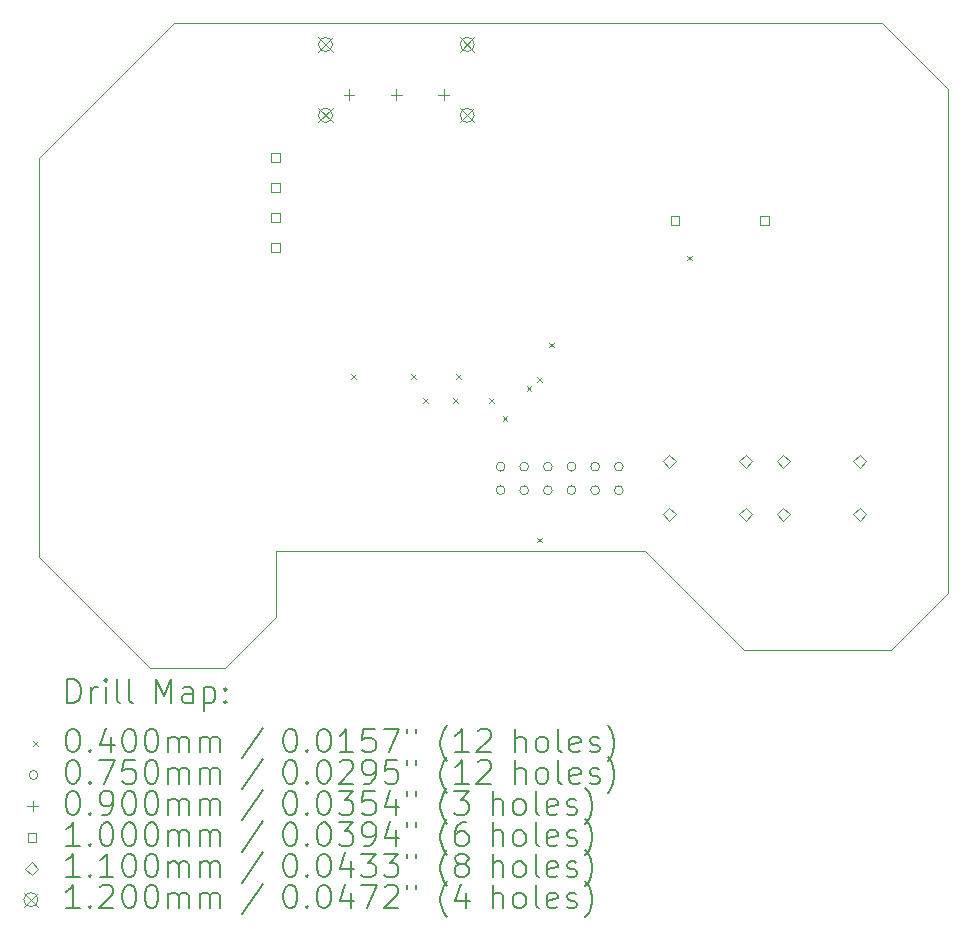
<source format=gbr>
%TF.GenerationSoftware,KiCad,Pcbnew,(7.99.0-200-gad838e3d73)*%
%TF.CreationDate,2024-03-07T11:40:59+07:00*%
%TF.ProjectId,WMS_PCB2,574d535f-5043-4423-922e-6b696361645f,rev?*%
%TF.SameCoordinates,Original*%
%TF.FileFunction,Drillmap*%
%TF.FilePolarity,Positive*%
%FSLAX45Y45*%
G04 Gerber Fmt 4.5, Leading zero omitted, Abs format (unit mm)*
G04 Created by KiCad (PCBNEW (7.99.0-200-gad838e3d73)) date 2024-03-07 11:40:59*
%MOMM*%
%LPD*%
G01*
G04 APERTURE LIST*
%ADD10C,0.100000*%
%ADD11C,0.200000*%
%ADD12C,0.040000*%
%ADD13C,0.075000*%
%ADD14C,0.090000*%
%ADD15C,0.110000*%
%ADD16C,0.120000*%
G04 APERTURE END LIST*
D10*
X17907000Y-7416800D02*
X18999200Y-6324600D01*
X19050000Y-6273800D02*
X18999200Y-6324600D01*
X19913600Y-10744200D02*
X23037800Y-10744200D01*
X17907000Y-7416800D02*
X17907000Y-10795000D01*
X19481800Y-11734800D02*
X19913600Y-11303000D01*
X17907000Y-10795000D02*
X18846800Y-11734800D01*
X23037800Y-10744200D02*
X23876000Y-11582400D01*
X25044400Y-6273800D02*
X19100800Y-6273800D01*
X19913600Y-11303000D02*
X19913600Y-10744200D01*
X25603200Y-6832600D02*
X25044400Y-6273800D01*
X23876000Y-11582400D02*
X25120600Y-11582400D01*
X25603200Y-11099800D02*
X25603200Y-6832600D01*
X25120600Y-11582400D02*
X25603200Y-11099800D01*
X19100800Y-6273800D02*
X19050000Y-6273800D01*
X18846800Y-11734800D02*
X19481800Y-11734800D01*
D11*
D12*
X20554000Y-9251000D02*
X20594000Y-9291000D01*
X20594000Y-9251000D02*
X20554000Y-9291000D01*
X21062000Y-9251000D02*
X21102000Y-9291000D01*
X21102000Y-9251000D02*
X21062000Y-9291000D01*
X21163600Y-9454200D02*
X21203600Y-9494200D01*
X21203600Y-9454200D02*
X21163600Y-9494200D01*
X21417600Y-9454200D02*
X21457600Y-9494200D01*
X21457600Y-9454200D02*
X21417600Y-9494200D01*
X21443000Y-9251000D02*
X21483000Y-9291000D01*
X21483000Y-9251000D02*
X21443000Y-9291000D01*
X21722400Y-9454200D02*
X21762400Y-9494200D01*
X21762400Y-9454200D02*
X21722400Y-9494200D01*
X21836700Y-9606600D02*
X21876700Y-9646600D01*
X21876700Y-9606600D02*
X21836700Y-9646600D01*
X22039900Y-9352600D02*
X22079900Y-9392600D01*
X22079900Y-9352600D02*
X22039900Y-9392600D01*
X22128800Y-9276400D02*
X22168800Y-9316400D01*
X22168800Y-9276400D02*
X22128800Y-9316400D01*
X22128800Y-10635300D02*
X22168800Y-10675300D01*
X22168800Y-10635300D02*
X22128800Y-10675300D01*
X22230400Y-8984300D02*
X22270400Y-9024300D01*
X22270400Y-8984300D02*
X22230400Y-9024300D01*
X23398800Y-8247700D02*
X23438800Y-8287700D01*
X23438800Y-8247700D02*
X23398800Y-8287700D01*
D13*
X21856100Y-10033000D02*
G75*
G03*
X21856100Y-10033000I-37500J0D01*
G01*
X21856100Y-10233000D02*
G75*
G03*
X21856100Y-10233000I-37500J0D01*
G01*
X22056100Y-10033000D02*
G75*
G03*
X22056100Y-10033000I-37500J0D01*
G01*
X22056100Y-10233000D02*
G75*
G03*
X22056100Y-10233000I-37500J0D01*
G01*
X22256100Y-10033000D02*
G75*
G03*
X22256100Y-10033000I-37500J0D01*
G01*
X22256100Y-10233000D02*
G75*
G03*
X22256100Y-10233000I-37500J0D01*
G01*
X22456100Y-10033000D02*
G75*
G03*
X22456100Y-10033000I-37500J0D01*
G01*
X22456100Y-10233000D02*
G75*
G03*
X22456100Y-10233000I-37500J0D01*
G01*
X22656100Y-10033000D02*
G75*
G03*
X22656100Y-10033000I-37500J0D01*
G01*
X22656100Y-10233000D02*
G75*
G03*
X22656100Y-10233000I-37500J0D01*
G01*
X22856100Y-10033000D02*
G75*
G03*
X22856100Y-10033000I-37500J0D01*
G01*
X22856100Y-10233000D02*
G75*
G03*
X22856100Y-10233000I-37500J0D01*
G01*
D14*
X20536000Y-6838250D02*
X20536000Y-6928250D01*
X20491000Y-6883250D02*
X20581000Y-6883250D01*
X20936000Y-6838250D02*
X20936000Y-6928250D01*
X20891000Y-6883250D02*
X20981000Y-6883250D01*
X21336000Y-6838250D02*
X21336000Y-6928250D01*
X21291000Y-6883250D02*
X21381000Y-6883250D01*
D10*
X19948956Y-7452156D02*
X19948956Y-7381444D01*
X19878244Y-7381444D01*
X19878244Y-7452156D01*
X19948956Y-7452156D01*
X19948956Y-7706156D02*
X19948956Y-7635444D01*
X19878244Y-7635444D01*
X19878244Y-7706156D01*
X19948956Y-7706156D01*
X19948956Y-7960156D02*
X19948956Y-7889444D01*
X19878244Y-7889444D01*
X19878244Y-7960156D01*
X19948956Y-7960156D01*
X19948956Y-8214156D02*
X19948956Y-8143444D01*
X19878244Y-8143444D01*
X19878244Y-8214156D01*
X19948956Y-8214156D01*
X23329156Y-7985556D02*
X23329156Y-7914844D01*
X23258444Y-7914844D01*
X23258444Y-7985556D01*
X23329156Y-7985556D01*
X24089156Y-7985556D02*
X24089156Y-7914844D01*
X24018444Y-7914844D01*
X24018444Y-7985556D01*
X24089156Y-7985556D01*
D15*
X23246200Y-10040800D02*
X23301200Y-9985800D01*
X23246200Y-9930800D01*
X23191200Y-9985800D01*
X23246200Y-10040800D01*
X23246200Y-10490800D02*
X23301200Y-10435800D01*
X23246200Y-10380800D01*
X23191200Y-10435800D01*
X23246200Y-10490800D01*
X23896200Y-10040800D02*
X23951200Y-9985800D01*
X23896200Y-9930800D01*
X23841200Y-9985800D01*
X23896200Y-10040800D01*
X23896200Y-10490800D02*
X23951200Y-10435800D01*
X23896200Y-10380800D01*
X23841200Y-10435800D01*
X23896200Y-10490800D01*
X24211400Y-10040800D02*
X24266400Y-9985800D01*
X24211400Y-9930800D01*
X24156400Y-9985800D01*
X24211400Y-10040800D01*
X24211400Y-10490800D02*
X24266400Y-10435800D01*
X24211400Y-10380800D01*
X24156400Y-10435800D01*
X24211400Y-10490800D01*
X24861400Y-10040800D02*
X24916400Y-9985800D01*
X24861400Y-9930800D01*
X24806400Y-9985800D01*
X24861400Y-10040800D01*
X24861400Y-10490800D02*
X24916400Y-10435800D01*
X24861400Y-10380800D01*
X24806400Y-10435800D01*
X24861400Y-10490800D01*
D16*
X20276000Y-6398250D02*
X20396000Y-6518250D01*
X20396000Y-6398250D02*
X20276000Y-6518250D01*
X20396000Y-6458250D02*
G75*
G03*
X20396000Y-6458250I-60000J0D01*
G01*
X20276000Y-6998250D02*
X20396000Y-7118250D01*
X20396000Y-6998250D02*
X20276000Y-7118250D01*
X20396000Y-7058250D02*
G75*
G03*
X20396000Y-7058250I-60000J0D01*
G01*
X21476000Y-6398250D02*
X21596000Y-6518250D01*
X21596000Y-6398250D02*
X21476000Y-6518250D01*
X21596000Y-6458250D02*
G75*
G03*
X21596000Y-6458250I-60000J0D01*
G01*
X21476000Y-6998250D02*
X21596000Y-7118250D01*
X21596000Y-6998250D02*
X21476000Y-7118250D01*
X21596000Y-7058250D02*
G75*
G03*
X21596000Y-7058250I-60000J0D01*
G01*
D11*
X18149619Y-12033276D02*
X18149619Y-11833276D01*
X18149619Y-11833276D02*
X18197238Y-11833276D01*
X18197238Y-11833276D02*
X18225810Y-11842800D01*
X18225810Y-11842800D02*
X18244857Y-11861848D01*
X18244857Y-11861848D02*
X18254381Y-11880895D01*
X18254381Y-11880895D02*
X18263905Y-11918990D01*
X18263905Y-11918990D02*
X18263905Y-11947562D01*
X18263905Y-11947562D02*
X18254381Y-11985657D01*
X18254381Y-11985657D02*
X18244857Y-12004705D01*
X18244857Y-12004705D02*
X18225810Y-12023752D01*
X18225810Y-12023752D02*
X18197238Y-12033276D01*
X18197238Y-12033276D02*
X18149619Y-12033276D01*
X18349619Y-12033276D02*
X18349619Y-11899943D01*
X18349619Y-11938038D02*
X18359143Y-11918990D01*
X18359143Y-11918990D02*
X18368667Y-11909467D01*
X18368667Y-11909467D02*
X18387714Y-11899943D01*
X18387714Y-11899943D02*
X18406762Y-11899943D01*
X18473429Y-12033276D02*
X18473429Y-11899943D01*
X18473429Y-11833276D02*
X18463905Y-11842800D01*
X18463905Y-11842800D02*
X18473429Y-11852324D01*
X18473429Y-11852324D02*
X18482952Y-11842800D01*
X18482952Y-11842800D02*
X18473429Y-11833276D01*
X18473429Y-11833276D02*
X18473429Y-11852324D01*
X18597238Y-12033276D02*
X18578190Y-12023752D01*
X18578190Y-12023752D02*
X18568667Y-12004705D01*
X18568667Y-12004705D02*
X18568667Y-11833276D01*
X18702000Y-12033276D02*
X18682952Y-12023752D01*
X18682952Y-12023752D02*
X18673429Y-12004705D01*
X18673429Y-12004705D02*
X18673429Y-11833276D01*
X18898190Y-12033276D02*
X18898190Y-11833276D01*
X18898190Y-11833276D02*
X18964857Y-11976133D01*
X18964857Y-11976133D02*
X19031524Y-11833276D01*
X19031524Y-11833276D02*
X19031524Y-12033276D01*
X19212476Y-12033276D02*
X19212476Y-11928514D01*
X19212476Y-11928514D02*
X19202952Y-11909467D01*
X19202952Y-11909467D02*
X19183905Y-11899943D01*
X19183905Y-11899943D02*
X19145809Y-11899943D01*
X19145809Y-11899943D02*
X19126762Y-11909467D01*
X19212476Y-12023752D02*
X19193429Y-12033276D01*
X19193429Y-12033276D02*
X19145809Y-12033276D01*
X19145809Y-12033276D02*
X19126762Y-12023752D01*
X19126762Y-12023752D02*
X19117238Y-12004705D01*
X19117238Y-12004705D02*
X19117238Y-11985657D01*
X19117238Y-11985657D02*
X19126762Y-11966609D01*
X19126762Y-11966609D02*
X19145809Y-11957086D01*
X19145809Y-11957086D02*
X19193429Y-11957086D01*
X19193429Y-11957086D02*
X19212476Y-11947562D01*
X19307714Y-11899943D02*
X19307714Y-12099943D01*
X19307714Y-11909467D02*
X19326762Y-11899943D01*
X19326762Y-11899943D02*
X19364857Y-11899943D01*
X19364857Y-11899943D02*
X19383905Y-11909467D01*
X19383905Y-11909467D02*
X19393429Y-11918990D01*
X19393429Y-11918990D02*
X19402952Y-11938038D01*
X19402952Y-11938038D02*
X19402952Y-11995181D01*
X19402952Y-11995181D02*
X19393429Y-12014228D01*
X19393429Y-12014228D02*
X19383905Y-12023752D01*
X19383905Y-12023752D02*
X19364857Y-12033276D01*
X19364857Y-12033276D02*
X19326762Y-12033276D01*
X19326762Y-12033276D02*
X19307714Y-12023752D01*
X19488667Y-12014228D02*
X19498190Y-12023752D01*
X19498190Y-12023752D02*
X19488667Y-12033276D01*
X19488667Y-12033276D02*
X19479143Y-12023752D01*
X19479143Y-12023752D02*
X19488667Y-12014228D01*
X19488667Y-12014228D02*
X19488667Y-12033276D01*
X19488667Y-11909467D02*
X19498190Y-11918990D01*
X19498190Y-11918990D02*
X19488667Y-11928514D01*
X19488667Y-11928514D02*
X19479143Y-11918990D01*
X19479143Y-11918990D02*
X19488667Y-11909467D01*
X19488667Y-11909467D02*
X19488667Y-11928514D01*
D12*
X17862000Y-12359800D02*
X17902000Y-12399800D01*
X17902000Y-12359800D02*
X17862000Y-12399800D01*
D11*
X18187714Y-12253276D02*
X18206762Y-12253276D01*
X18206762Y-12253276D02*
X18225810Y-12262800D01*
X18225810Y-12262800D02*
X18235333Y-12272324D01*
X18235333Y-12272324D02*
X18244857Y-12291371D01*
X18244857Y-12291371D02*
X18254381Y-12329467D01*
X18254381Y-12329467D02*
X18254381Y-12377086D01*
X18254381Y-12377086D02*
X18244857Y-12415181D01*
X18244857Y-12415181D02*
X18235333Y-12434228D01*
X18235333Y-12434228D02*
X18225810Y-12443752D01*
X18225810Y-12443752D02*
X18206762Y-12453276D01*
X18206762Y-12453276D02*
X18187714Y-12453276D01*
X18187714Y-12453276D02*
X18168667Y-12443752D01*
X18168667Y-12443752D02*
X18159143Y-12434228D01*
X18159143Y-12434228D02*
X18149619Y-12415181D01*
X18149619Y-12415181D02*
X18140095Y-12377086D01*
X18140095Y-12377086D02*
X18140095Y-12329467D01*
X18140095Y-12329467D02*
X18149619Y-12291371D01*
X18149619Y-12291371D02*
X18159143Y-12272324D01*
X18159143Y-12272324D02*
X18168667Y-12262800D01*
X18168667Y-12262800D02*
X18187714Y-12253276D01*
X18340095Y-12434228D02*
X18349619Y-12443752D01*
X18349619Y-12443752D02*
X18340095Y-12453276D01*
X18340095Y-12453276D02*
X18330571Y-12443752D01*
X18330571Y-12443752D02*
X18340095Y-12434228D01*
X18340095Y-12434228D02*
X18340095Y-12453276D01*
X18521048Y-12319943D02*
X18521048Y-12453276D01*
X18473429Y-12243752D02*
X18425810Y-12386609D01*
X18425810Y-12386609D02*
X18549619Y-12386609D01*
X18663905Y-12253276D02*
X18682952Y-12253276D01*
X18682952Y-12253276D02*
X18702000Y-12262800D01*
X18702000Y-12262800D02*
X18711524Y-12272324D01*
X18711524Y-12272324D02*
X18721048Y-12291371D01*
X18721048Y-12291371D02*
X18730571Y-12329467D01*
X18730571Y-12329467D02*
X18730571Y-12377086D01*
X18730571Y-12377086D02*
X18721048Y-12415181D01*
X18721048Y-12415181D02*
X18711524Y-12434228D01*
X18711524Y-12434228D02*
X18702000Y-12443752D01*
X18702000Y-12443752D02*
X18682952Y-12453276D01*
X18682952Y-12453276D02*
X18663905Y-12453276D01*
X18663905Y-12453276D02*
X18644857Y-12443752D01*
X18644857Y-12443752D02*
X18635333Y-12434228D01*
X18635333Y-12434228D02*
X18625810Y-12415181D01*
X18625810Y-12415181D02*
X18616286Y-12377086D01*
X18616286Y-12377086D02*
X18616286Y-12329467D01*
X18616286Y-12329467D02*
X18625810Y-12291371D01*
X18625810Y-12291371D02*
X18635333Y-12272324D01*
X18635333Y-12272324D02*
X18644857Y-12262800D01*
X18644857Y-12262800D02*
X18663905Y-12253276D01*
X18854381Y-12253276D02*
X18873429Y-12253276D01*
X18873429Y-12253276D02*
X18892476Y-12262800D01*
X18892476Y-12262800D02*
X18902000Y-12272324D01*
X18902000Y-12272324D02*
X18911524Y-12291371D01*
X18911524Y-12291371D02*
X18921048Y-12329467D01*
X18921048Y-12329467D02*
X18921048Y-12377086D01*
X18921048Y-12377086D02*
X18911524Y-12415181D01*
X18911524Y-12415181D02*
X18902000Y-12434228D01*
X18902000Y-12434228D02*
X18892476Y-12443752D01*
X18892476Y-12443752D02*
X18873429Y-12453276D01*
X18873429Y-12453276D02*
X18854381Y-12453276D01*
X18854381Y-12453276D02*
X18835333Y-12443752D01*
X18835333Y-12443752D02*
X18825810Y-12434228D01*
X18825810Y-12434228D02*
X18816286Y-12415181D01*
X18816286Y-12415181D02*
X18806762Y-12377086D01*
X18806762Y-12377086D02*
X18806762Y-12329467D01*
X18806762Y-12329467D02*
X18816286Y-12291371D01*
X18816286Y-12291371D02*
X18825810Y-12272324D01*
X18825810Y-12272324D02*
X18835333Y-12262800D01*
X18835333Y-12262800D02*
X18854381Y-12253276D01*
X19006762Y-12453276D02*
X19006762Y-12319943D01*
X19006762Y-12338990D02*
X19016286Y-12329467D01*
X19016286Y-12329467D02*
X19035333Y-12319943D01*
X19035333Y-12319943D02*
X19063905Y-12319943D01*
X19063905Y-12319943D02*
X19082952Y-12329467D01*
X19082952Y-12329467D02*
X19092476Y-12348514D01*
X19092476Y-12348514D02*
X19092476Y-12453276D01*
X19092476Y-12348514D02*
X19102000Y-12329467D01*
X19102000Y-12329467D02*
X19121048Y-12319943D01*
X19121048Y-12319943D02*
X19149619Y-12319943D01*
X19149619Y-12319943D02*
X19168667Y-12329467D01*
X19168667Y-12329467D02*
X19178191Y-12348514D01*
X19178191Y-12348514D02*
X19178191Y-12453276D01*
X19273429Y-12453276D02*
X19273429Y-12319943D01*
X19273429Y-12338990D02*
X19282952Y-12329467D01*
X19282952Y-12329467D02*
X19302000Y-12319943D01*
X19302000Y-12319943D02*
X19330572Y-12319943D01*
X19330572Y-12319943D02*
X19349619Y-12329467D01*
X19349619Y-12329467D02*
X19359143Y-12348514D01*
X19359143Y-12348514D02*
X19359143Y-12453276D01*
X19359143Y-12348514D02*
X19368667Y-12329467D01*
X19368667Y-12329467D02*
X19387714Y-12319943D01*
X19387714Y-12319943D02*
X19416286Y-12319943D01*
X19416286Y-12319943D02*
X19435333Y-12329467D01*
X19435333Y-12329467D02*
X19444857Y-12348514D01*
X19444857Y-12348514D02*
X19444857Y-12453276D01*
X19802952Y-12243752D02*
X19631524Y-12500895D01*
X20027714Y-12253276D02*
X20046762Y-12253276D01*
X20046762Y-12253276D02*
X20065810Y-12262800D01*
X20065810Y-12262800D02*
X20075333Y-12272324D01*
X20075333Y-12272324D02*
X20084857Y-12291371D01*
X20084857Y-12291371D02*
X20094381Y-12329467D01*
X20094381Y-12329467D02*
X20094381Y-12377086D01*
X20094381Y-12377086D02*
X20084857Y-12415181D01*
X20084857Y-12415181D02*
X20075333Y-12434228D01*
X20075333Y-12434228D02*
X20065810Y-12443752D01*
X20065810Y-12443752D02*
X20046762Y-12453276D01*
X20046762Y-12453276D02*
X20027714Y-12453276D01*
X20027714Y-12453276D02*
X20008667Y-12443752D01*
X20008667Y-12443752D02*
X19999143Y-12434228D01*
X19999143Y-12434228D02*
X19989619Y-12415181D01*
X19989619Y-12415181D02*
X19980095Y-12377086D01*
X19980095Y-12377086D02*
X19980095Y-12329467D01*
X19980095Y-12329467D02*
X19989619Y-12291371D01*
X19989619Y-12291371D02*
X19999143Y-12272324D01*
X19999143Y-12272324D02*
X20008667Y-12262800D01*
X20008667Y-12262800D02*
X20027714Y-12253276D01*
X20180095Y-12434228D02*
X20189619Y-12443752D01*
X20189619Y-12443752D02*
X20180095Y-12453276D01*
X20180095Y-12453276D02*
X20170572Y-12443752D01*
X20170572Y-12443752D02*
X20180095Y-12434228D01*
X20180095Y-12434228D02*
X20180095Y-12453276D01*
X20313429Y-12253276D02*
X20332476Y-12253276D01*
X20332476Y-12253276D02*
X20351524Y-12262800D01*
X20351524Y-12262800D02*
X20361048Y-12272324D01*
X20361048Y-12272324D02*
X20370572Y-12291371D01*
X20370572Y-12291371D02*
X20380095Y-12329467D01*
X20380095Y-12329467D02*
X20380095Y-12377086D01*
X20380095Y-12377086D02*
X20370572Y-12415181D01*
X20370572Y-12415181D02*
X20361048Y-12434228D01*
X20361048Y-12434228D02*
X20351524Y-12443752D01*
X20351524Y-12443752D02*
X20332476Y-12453276D01*
X20332476Y-12453276D02*
X20313429Y-12453276D01*
X20313429Y-12453276D02*
X20294381Y-12443752D01*
X20294381Y-12443752D02*
X20284857Y-12434228D01*
X20284857Y-12434228D02*
X20275333Y-12415181D01*
X20275333Y-12415181D02*
X20265810Y-12377086D01*
X20265810Y-12377086D02*
X20265810Y-12329467D01*
X20265810Y-12329467D02*
X20275333Y-12291371D01*
X20275333Y-12291371D02*
X20284857Y-12272324D01*
X20284857Y-12272324D02*
X20294381Y-12262800D01*
X20294381Y-12262800D02*
X20313429Y-12253276D01*
X20570572Y-12453276D02*
X20456286Y-12453276D01*
X20513429Y-12453276D02*
X20513429Y-12253276D01*
X20513429Y-12253276D02*
X20494381Y-12281848D01*
X20494381Y-12281848D02*
X20475333Y-12300895D01*
X20475333Y-12300895D02*
X20456286Y-12310419D01*
X20751524Y-12253276D02*
X20656286Y-12253276D01*
X20656286Y-12253276D02*
X20646762Y-12348514D01*
X20646762Y-12348514D02*
X20656286Y-12338990D01*
X20656286Y-12338990D02*
X20675333Y-12329467D01*
X20675333Y-12329467D02*
X20722953Y-12329467D01*
X20722953Y-12329467D02*
X20742000Y-12338990D01*
X20742000Y-12338990D02*
X20751524Y-12348514D01*
X20751524Y-12348514D02*
X20761048Y-12367562D01*
X20761048Y-12367562D02*
X20761048Y-12415181D01*
X20761048Y-12415181D02*
X20751524Y-12434228D01*
X20751524Y-12434228D02*
X20742000Y-12443752D01*
X20742000Y-12443752D02*
X20722953Y-12453276D01*
X20722953Y-12453276D02*
X20675333Y-12453276D01*
X20675333Y-12453276D02*
X20656286Y-12443752D01*
X20656286Y-12443752D02*
X20646762Y-12434228D01*
X20827714Y-12253276D02*
X20961048Y-12253276D01*
X20961048Y-12253276D02*
X20875333Y-12453276D01*
X21027714Y-12253276D02*
X21027714Y-12291371D01*
X21103905Y-12253276D02*
X21103905Y-12291371D01*
X21366762Y-12529467D02*
X21357238Y-12519943D01*
X21357238Y-12519943D02*
X21338191Y-12491371D01*
X21338191Y-12491371D02*
X21328667Y-12472324D01*
X21328667Y-12472324D02*
X21319143Y-12443752D01*
X21319143Y-12443752D02*
X21309619Y-12396133D01*
X21309619Y-12396133D02*
X21309619Y-12358038D01*
X21309619Y-12358038D02*
X21319143Y-12310419D01*
X21319143Y-12310419D02*
X21328667Y-12281848D01*
X21328667Y-12281848D02*
X21338191Y-12262800D01*
X21338191Y-12262800D02*
X21357238Y-12234228D01*
X21357238Y-12234228D02*
X21366762Y-12224705D01*
X21547714Y-12453276D02*
X21433429Y-12453276D01*
X21490572Y-12453276D02*
X21490572Y-12253276D01*
X21490572Y-12253276D02*
X21471524Y-12281848D01*
X21471524Y-12281848D02*
X21452476Y-12300895D01*
X21452476Y-12300895D02*
X21433429Y-12310419D01*
X21623905Y-12272324D02*
X21633429Y-12262800D01*
X21633429Y-12262800D02*
X21652476Y-12253276D01*
X21652476Y-12253276D02*
X21700095Y-12253276D01*
X21700095Y-12253276D02*
X21719143Y-12262800D01*
X21719143Y-12262800D02*
X21728667Y-12272324D01*
X21728667Y-12272324D02*
X21738191Y-12291371D01*
X21738191Y-12291371D02*
X21738191Y-12310419D01*
X21738191Y-12310419D02*
X21728667Y-12338990D01*
X21728667Y-12338990D02*
X21614381Y-12453276D01*
X21614381Y-12453276D02*
X21738191Y-12453276D01*
X21943905Y-12453276D02*
X21943905Y-12253276D01*
X22029619Y-12453276D02*
X22029619Y-12348514D01*
X22029619Y-12348514D02*
X22020095Y-12329467D01*
X22020095Y-12329467D02*
X22001048Y-12319943D01*
X22001048Y-12319943D02*
X21972476Y-12319943D01*
X21972476Y-12319943D02*
X21953429Y-12329467D01*
X21953429Y-12329467D02*
X21943905Y-12338990D01*
X22153429Y-12453276D02*
X22134381Y-12443752D01*
X22134381Y-12443752D02*
X22124857Y-12434228D01*
X22124857Y-12434228D02*
X22115334Y-12415181D01*
X22115334Y-12415181D02*
X22115334Y-12358038D01*
X22115334Y-12358038D02*
X22124857Y-12338990D01*
X22124857Y-12338990D02*
X22134381Y-12329467D01*
X22134381Y-12329467D02*
X22153429Y-12319943D01*
X22153429Y-12319943D02*
X22182000Y-12319943D01*
X22182000Y-12319943D02*
X22201048Y-12329467D01*
X22201048Y-12329467D02*
X22210572Y-12338990D01*
X22210572Y-12338990D02*
X22220095Y-12358038D01*
X22220095Y-12358038D02*
X22220095Y-12415181D01*
X22220095Y-12415181D02*
X22210572Y-12434228D01*
X22210572Y-12434228D02*
X22201048Y-12443752D01*
X22201048Y-12443752D02*
X22182000Y-12453276D01*
X22182000Y-12453276D02*
X22153429Y-12453276D01*
X22334381Y-12453276D02*
X22315334Y-12443752D01*
X22315334Y-12443752D02*
X22305810Y-12424705D01*
X22305810Y-12424705D02*
X22305810Y-12253276D01*
X22486762Y-12443752D02*
X22467714Y-12453276D01*
X22467714Y-12453276D02*
X22429619Y-12453276D01*
X22429619Y-12453276D02*
X22410572Y-12443752D01*
X22410572Y-12443752D02*
X22401048Y-12424705D01*
X22401048Y-12424705D02*
X22401048Y-12348514D01*
X22401048Y-12348514D02*
X22410572Y-12329467D01*
X22410572Y-12329467D02*
X22429619Y-12319943D01*
X22429619Y-12319943D02*
X22467714Y-12319943D01*
X22467714Y-12319943D02*
X22486762Y-12329467D01*
X22486762Y-12329467D02*
X22496286Y-12348514D01*
X22496286Y-12348514D02*
X22496286Y-12367562D01*
X22496286Y-12367562D02*
X22401048Y-12386609D01*
X22572476Y-12443752D02*
X22591524Y-12453276D01*
X22591524Y-12453276D02*
X22629619Y-12453276D01*
X22629619Y-12453276D02*
X22648667Y-12443752D01*
X22648667Y-12443752D02*
X22658191Y-12424705D01*
X22658191Y-12424705D02*
X22658191Y-12415181D01*
X22658191Y-12415181D02*
X22648667Y-12396133D01*
X22648667Y-12396133D02*
X22629619Y-12386609D01*
X22629619Y-12386609D02*
X22601048Y-12386609D01*
X22601048Y-12386609D02*
X22582000Y-12377086D01*
X22582000Y-12377086D02*
X22572476Y-12358038D01*
X22572476Y-12358038D02*
X22572476Y-12348514D01*
X22572476Y-12348514D02*
X22582000Y-12329467D01*
X22582000Y-12329467D02*
X22601048Y-12319943D01*
X22601048Y-12319943D02*
X22629619Y-12319943D01*
X22629619Y-12319943D02*
X22648667Y-12329467D01*
X22724857Y-12529467D02*
X22734381Y-12519943D01*
X22734381Y-12519943D02*
X22753429Y-12491371D01*
X22753429Y-12491371D02*
X22762953Y-12472324D01*
X22762953Y-12472324D02*
X22772476Y-12443752D01*
X22772476Y-12443752D02*
X22782000Y-12396133D01*
X22782000Y-12396133D02*
X22782000Y-12358038D01*
X22782000Y-12358038D02*
X22772476Y-12310419D01*
X22772476Y-12310419D02*
X22762953Y-12281848D01*
X22762953Y-12281848D02*
X22753429Y-12262800D01*
X22753429Y-12262800D02*
X22734381Y-12234228D01*
X22734381Y-12234228D02*
X22724857Y-12224705D01*
D13*
X17902000Y-12643800D02*
G75*
G03*
X17902000Y-12643800I-37500J0D01*
G01*
D11*
X18187714Y-12517276D02*
X18206762Y-12517276D01*
X18206762Y-12517276D02*
X18225810Y-12526800D01*
X18225810Y-12526800D02*
X18235333Y-12536324D01*
X18235333Y-12536324D02*
X18244857Y-12555371D01*
X18244857Y-12555371D02*
X18254381Y-12593467D01*
X18254381Y-12593467D02*
X18254381Y-12641086D01*
X18254381Y-12641086D02*
X18244857Y-12679181D01*
X18244857Y-12679181D02*
X18235333Y-12698228D01*
X18235333Y-12698228D02*
X18225810Y-12707752D01*
X18225810Y-12707752D02*
X18206762Y-12717276D01*
X18206762Y-12717276D02*
X18187714Y-12717276D01*
X18187714Y-12717276D02*
X18168667Y-12707752D01*
X18168667Y-12707752D02*
X18159143Y-12698228D01*
X18159143Y-12698228D02*
X18149619Y-12679181D01*
X18149619Y-12679181D02*
X18140095Y-12641086D01*
X18140095Y-12641086D02*
X18140095Y-12593467D01*
X18140095Y-12593467D02*
X18149619Y-12555371D01*
X18149619Y-12555371D02*
X18159143Y-12536324D01*
X18159143Y-12536324D02*
X18168667Y-12526800D01*
X18168667Y-12526800D02*
X18187714Y-12517276D01*
X18340095Y-12698228D02*
X18349619Y-12707752D01*
X18349619Y-12707752D02*
X18340095Y-12717276D01*
X18340095Y-12717276D02*
X18330571Y-12707752D01*
X18330571Y-12707752D02*
X18340095Y-12698228D01*
X18340095Y-12698228D02*
X18340095Y-12717276D01*
X18416286Y-12517276D02*
X18549619Y-12517276D01*
X18549619Y-12517276D02*
X18463905Y-12717276D01*
X18721048Y-12517276D02*
X18625810Y-12517276D01*
X18625810Y-12517276D02*
X18616286Y-12612514D01*
X18616286Y-12612514D02*
X18625810Y-12602990D01*
X18625810Y-12602990D02*
X18644857Y-12593467D01*
X18644857Y-12593467D02*
X18692476Y-12593467D01*
X18692476Y-12593467D02*
X18711524Y-12602990D01*
X18711524Y-12602990D02*
X18721048Y-12612514D01*
X18721048Y-12612514D02*
X18730571Y-12631562D01*
X18730571Y-12631562D02*
X18730571Y-12679181D01*
X18730571Y-12679181D02*
X18721048Y-12698228D01*
X18721048Y-12698228D02*
X18711524Y-12707752D01*
X18711524Y-12707752D02*
X18692476Y-12717276D01*
X18692476Y-12717276D02*
X18644857Y-12717276D01*
X18644857Y-12717276D02*
X18625810Y-12707752D01*
X18625810Y-12707752D02*
X18616286Y-12698228D01*
X18854381Y-12517276D02*
X18873429Y-12517276D01*
X18873429Y-12517276D02*
X18892476Y-12526800D01*
X18892476Y-12526800D02*
X18902000Y-12536324D01*
X18902000Y-12536324D02*
X18911524Y-12555371D01*
X18911524Y-12555371D02*
X18921048Y-12593467D01*
X18921048Y-12593467D02*
X18921048Y-12641086D01*
X18921048Y-12641086D02*
X18911524Y-12679181D01*
X18911524Y-12679181D02*
X18902000Y-12698228D01*
X18902000Y-12698228D02*
X18892476Y-12707752D01*
X18892476Y-12707752D02*
X18873429Y-12717276D01*
X18873429Y-12717276D02*
X18854381Y-12717276D01*
X18854381Y-12717276D02*
X18835333Y-12707752D01*
X18835333Y-12707752D02*
X18825810Y-12698228D01*
X18825810Y-12698228D02*
X18816286Y-12679181D01*
X18816286Y-12679181D02*
X18806762Y-12641086D01*
X18806762Y-12641086D02*
X18806762Y-12593467D01*
X18806762Y-12593467D02*
X18816286Y-12555371D01*
X18816286Y-12555371D02*
X18825810Y-12536324D01*
X18825810Y-12536324D02*
X18835333Y-12526800D01*
X18835333Y-12526800D02*
X18854381Y-12517276D01*
X19006762Y-12717276D02*
X19006762Y-12583943D01*
X19006762Y-12602990D02*
X19016286Y-12593467D01*
X19016286Y-12593467D02*
X19035333Y-12583943D01*
X19035333Y-12583943D02*
X19063905Y-12583943D01*
X19063905Y-12583943D02*
X19082952Y-12593467D01*
X19082952Y-12593467D02*
X19092476Y-12612514D01*
X19092476Y-12612514D02*
X19092476Y-12717276D01*
X19092476Y-12612514D02*
X19102000Y-12593467D01*
X19102000Y-12593467D02*
X19121048Y-12583943D01*
X19121048Y-12583943D02*
X19149619Y-12583943D01*
X19149619Y-12583943D02*
X19168667Y-12593467D01*
X19168667Y-12593467D02*
X19178191Y-12612514D01*
X19178191Y-12612514D02*
X19178191Y-12717276D01*
X19273429Y-12717276D02*
X19273429Y-12583943D01*
X19273429Y-12602990D02*
X19282952Y-12593467D01*
X19282952Y-12593467D02*
X19302000Y-12583943D01*
X19302000Y-12583943D02*
X19330572Y-12583943D01*
X19330572Y-12583943D02*
X19349619Y-12593467D01*
X19349619Y-12593467D02*
X19359143Y-12612514D01*
X19359143Y-12612514D02*
X19359143Y-12717276D01*
X19359143Y-12612514D02*
X19368667Y-12593467D01*
X19368667Y-12593467D02*
X19387714Y-12583943D01*
X19387714Y-12583943D02*
X19416286Y-12583943D01*
X19416286Y-12583943D02*
X19435333Y-12593467D01*
X19435333Y-12593467D02*
X19444857Y-12612514D01*
X19444857Y-12612514D02*
X19444857Y-12717276D01*
X19802952Y-12507752D02*
X19631524Y-12764895D01*
X20027714Y-12517276D02*
X20046762Y-12517276D01*
X20046762Y-12517276D02*
X20065810Y-12526800D01*
X20065810Y-12526800D02*
X20075333Y-12536324D01*
X20075333Y-12536324D02*
X20084857Y-12555371D01*
X20084857Y-12555371D02*
X20094381Y-12593467D01*
X20094381Y-12593467D02*
X20094381Y-12641086D01*
X20094381Y-12641086D02*
X20084857Y-12679181D01*
X20084857Y-12679181D02*
X20075333Y-12698228D01*
X20075333Y-12698228D02*
X20065810Y-12707752D01*
X20065810Y-12707752D02*
X20046762Y-12717276D01*
X20046762Y-12717276D02*
X20027714Y-12717276D01*
X20027714Y-12717276D02*
X20008667Y-12707752D01*
X20008667Y-12707752D02*
X19999143Y-12698228D01*
X19999143Y-12698228D02*
X19989619Y-12679181D01*
X19989619Y-12679181D02*
X19980095Y-12641086D01*
X19980095Y-12641086D02*
X19980095Y-12593467D01*
X19980095Y-12593467D02*
X19989619Y-12555371D01*
X19989619Y-12555371D02*
X19999143Y-12536324D01*
X19999143Y-12536324D02*
X20008667Y-12526800D01*
X20008667Y-12526800D02*
X20027714Y-12517276D01*
X20180095Y-12698228D02*
X20189619Y-12707752D01*
X20189619Y-12707752D02*
X20180095Y-12717276D01*
X20180095Y-12717276D02*
X20170572Y-12707752D01*
X20170572Y-12707752D02*
X20180095Y-12698228D01*
X20180095Y-12698228D02*
X20180095Y-12717276D01*
X20313429Y-12517276D02*
X20332476Y-12517276D01*
X20332476Y-12517276D02*
X20351524Y-12526800D01*
X20351524Y-12526800D02*
X20361048Y-12536324D01*
X20361048Y-12536324D02*
X20370572Y-12555371D01*
X20370572Y-12555371D02*
X20380095Y-12593467D01*
X20380095Y-12593467D02*
X20380095Y-12641086D01*
X20380095Y-12641086D02*
X20370572Y-12679181D01*
X20370572Y-12679181D02*
X20361048Y-12698228D01*
X20361048Y-12698228D02*
X20351524Y-12707752D01*
X20351524Y-12707752D02*
X20332476Y-12717276D01*
X20332476Y-12717276D02*
X20313429Y-12717276D01*
X20313429Y-12717276D02*
X20294381Y-12707752D01*
X20294381Y-12707752D02*
X20284857Y-12698228D01*
X20284857Y-12698228D02*
X20275333Y-12679181D01*
X20275333Y-12679181D02*
X20265810Y-12641086D01*
X20265810Y-12641086D02*
X20265810Y-12593467D01*
X20265810Y-12593467D02*
X20275333Y-12555371D01*
X20275333Y-12555371D02*
X20284857Y-12536324D01*
X20284857Y-12536324D02*
X20294381Y-12526800D01*
X20294381Y-12526800D02*
X20313429Y-12517276D01*
X20456286Y-12536324D02*
X20465810Y-12526800D01*
X20465810Y-12526800D02*
X20484857Y-12517276D01*
X20484857Y-12517276D02*
X20532476Y-12517276D01*
X20532476Y-12517276D02*
X20551524Y-12526800D01*
X20551524Y-12526800D02*
X20561048Y-12536324D01*
X20561048Y-12536324D02*
X20570572Y-12555371D01*
X20570572Y-12555371D02*
X20570572Y-12574419D01*
X20570572Y-12574419D02*
X20561048Y-12602990D01*
X20561048Y-12602990D02*
X20446762Y-12717276D01*
X20446762Y-12717276D02*
X20570572Y-12717276D01*
X20665810Y-12717276D02*
X20703905Y-12717276D01*
X20703905Y-12717276D02*
X20722953Y-12707752D01*
X20722953Y-12707752D02*
X20732476Y-12698228D01*
X20732476Y-12698228D02*
X20751524Y-12669657D01*
X20751524Y-12669657D02*
X20761048Y-12631562D01*
X20761048Y-12631562D02*
X20761048Y-12555371D01*
X20761048Y-12555371D02*
X20751524Y-12536324D01*
X20751524Y-12536324D02*
X20742000Y-12526800D01*
X20742000Y-12526800D02*
X20722953Y-12517276D01*
X20722953Y-12517276D02*
X20684857Y-12517276D01*
X20684857Y-12517276D02*
X20665810Y-12526800D01*
X20665810Y-12526800D02*
X20656286Y-12536324D01*
X20656286Y-12536324D02*
X20646762Y-12555371D01*
X20646762Y-12555371D02*
X20646762Y-12602990D01*
X20646762Y-12602990D02*
X20656286Y-12622038D01*
X20656286Y-12622038D02*
X20665810Y-12631562D01*
X20665810Y-12631562D02*
X20684857Y-12641086D01*
X20684857Y-12641086D02*
X20722953Y-12641086D01*
X20722953Y-12641086D02*
X20742000Y-12631562D01*
X20742000Y-12631562D02*
X20751524Y-12622038D01*
X20751524Y-12622038D02*
X20761048Y-12602990D01*
X20942000Y-12517276D02*
X20846762Y-12517276D01*
X20846762Y-12517276D02*
X20837238Y-12612514D01*
X20837238Y-12612514D02*
X20846762Y-12602990D01*
X20846762Y-12602990D02*
X20865810Y-12593467D01*
X20865810Y-12593467D02*
X20913429Y-12593467D01*
X20913429Y-12593467D02*
X20932476Y-12602990D01*
X20932476Y-12602990D02*
X20942000Y-12612514D01*
X20942000Y-12612514D02*
X20951524Y-12631562D01*
X20951524Y-12631562D02*
X20951524Y-12679181D01*
X20951524Y-12679181D02*
X20942000Y-12698228D01*
X20942000Y-12698228D02*
X20932476Y-12707752D01*
X20932476Y-12707752D02*
X20913429Y-12717276D01*
X20913429Y-12717276D02*
X20865810Y-12717276D01*
X20865810Y-12717276D02*
X20846762Y-12707752D01*
X20846762Y-12707752D02*
X20837238Y-12698228D01*
X21027714Y-12517276D02*
X21027714Y-12555371D01*
X21103905Y-12517276D02*
X21103905Y-12555371D01*
X21366762Y-12793467D02*
X21357238Y-12783943D01*
X21357238Y-12783943D02*
X21338191Y-12755371D01*
X21338191Y-12755371D02*
X21328667Y-12736324D01*
X21328667Y-12736324D02*
X21319143Y-12707752D01*
X21319143Y-12707752D02*
X21309619Y-12660133D01*
X21309619Y-12660133D02*
X21309619Y-12622038D01*
X21309619Y-12622038D02*
X21319143Y-12574419D01*
X21319143Y-12574419D02*
X21328667Y-12545848D01*
X21328667Y-12545848D02*
X21338191Y-12526800D01*
X21338191Y-12526800D02*
X21357238Y-12498228D01*
X21357238Y-12498228D02*
X21366762Y-12488705D01*
X21547714Y-12717276D02*
X21433429Y-12717276D01*
X21490572Y-12717276D02*
X21490572Y-12517276D01*
X21490572Y-12517276D02*
X21471524Y-12545848D01*
X21471524Y-12545848D02*
X21452476Y-12564895D01*
X21452476Y-12564895D02*
X21433429Y-12574419D01*
X21623905Y-12536324D02*
X21633429Y-12526800D01*
X21633429Y-12526800D02*
X21652476Y-12517276D01*
X21652476Y-12517276D02*
X21700095Y-12517276D01*
X21700095Y-12517276D02*
X21719143Y-12526800D01*
X21719143Y-12526800D02*
X21728667Y-12536324D01*
X21728667Y-12536324D02*
X21738191Y-12555371D01*
X21738191Y-12555371D02*
X21738191Y-12574419D01*
X21738191Y-12574419D02*
X21728667Y-12602990D01*
X21728667Y-12602990D02*
X21614381Y-12717276D01*
X21614381Y-12717276D02*
X21738191Y-12717276D01*
X21943905Y-12717276D02*
X21943905Y-12517276D01*
X22029619Y-12717276D02*
X22029619Y-12612514D01*
X22029619Y-12612514D02*
X22020095Y-12593467D01*
X22020095Y-12593467D02*
X22001048Y-12583943D01*
X22001048Y-12583943D02*
X21972476Y-12583943D01*
X21972476Y-12583943D02*
X21953429Y-12593467D01*
X21953429Y-12593467D02*
X21943905Y-12602990D01*
X22153429Y-12717276D02*
X22134381Y-12707752D01*
X22134381Y-12707752D02*
X22124857Y-12698228D01*
X22124857Y-12698228D02*
X22115334Y-12679181D01*
X22115334Y-12679181D02*
X22115334Y-12622038D01*
X22115334Y-12622038D02*
X22124857Y-12602990D01*
X22124857Y-12602990D02*
X22134381Y-12593467D01*
X22134381Y-12593467D02*
X22153429Y-12583943D01*
X22153429Y-12583943D02*
X22182000Y-12583943D01*
X22182000Y-12583943D02*
X22201048Y-12593467D01*
X22201048Y-12593467D02*
X22210572Y-12602990D01*
X22210572Y-12602990D02*
X22220095Y-12622038D01*
X22220095Y-12622038D02*
X22220095Y-12679181D01*
X22220095Y-12679181D02*
X22210572Y-12698228D01*
X22210572Y-12698228D02*
X22201048Y-12707752D01*
X22201048Y-12707752D02*
X22182000Y-12717276D01*
X22182000Y-12717276D02*
X22153429Y-12717276D01*
X22334381Y-12717276D02*
X22315334Y-12707752D01*
X22315334Y-12707752D02*
X22305810Y-12688705D01*
X22305810Y-12688705D02*
X22305810Y-12517276D01*
X22486762Y-12707752D02*
X22467714Y-12717276D01*
X22467714Y-12717276D02*
X22429619Y-12717276D01*
X22429619Y-12717276D02*
X22410572Y-12707752D01*
X22410572Y-12707752D02*
X22401048Y-12688705D01*
X22401048Y-12688705D02*
X22401048Y-12612514D01*
X22401048Y-12612514D02*
X22410572Y-12593467D01*
X22410572Y-12593467D02*
X22429619Y-12583943D01*
X22429619Y-12583943D02*
X22467714Y-12583943D01*
X22467714Y-12583943D02*
X22486762Y-12593467D01*
X22486762Y-12593467D02*
X22496286Y-12612514D01*
X22496286Y-12612514D02*
X22496286Y-12631562D01*
X22496286Y-12631562D02*
X22401048Y-12650609D01*
X22572476Y-12707752D02*
X22591524Y-12717276D01*
X22591524Y-12717276D02*
X22629619Y-12717276D01*
X22629619Y-12717276D02*
X22648667Y-12707752D01*
X22648667Y-12707752D02*
X22658191Y-12688705D01*
X22658191Y-12688705D02*
X22658191Y-12679181D01*
X22658191Y-12679181D02*
X22648667Y-12660133D01*
X22648667Y-12660133D02*
X22629619Y-12650609D01*
X22629619Y-12650609D02*
X22601048Y-12650609D01*
X22601048Y-12650609D02*
X22582000Y-12641086D01*
X22582000Y-12641086D02*
X22572476Y-12622038D01*
X22572476Y-12622038D02*
X22572476Y-12612514D01*
X22572476Y-12612514D02*
X22582000Y-12593467D01*
X22582000Y-12593467D02*
X22601048Y-12583943D01*
X22601048Y-12583943D02*
X22629619Y-12583943D01*
X22629619Y-12583943D02*
X22648667Y-12593467D01*
X22724857Y-12793467D02*
X22734381Y-12783943D01*
X22734381Y-12783943D02*
X22753429Y-12755371D01*
X22753429Y-12755371D02*
X22762953Y-12736324D01*
X22762953Y-12736324D02*
X22772476Y-12707752D01*
X22772476Y-12707752D02*
X22782000Y-12660133D01*
X22782000Y-12660133D02*
X22782000Y-12622038D01*
X22782000Y-12622038D02*
X22772476Y-12574419D01*
X22772476Y-12574419D02*
X22762953Y-12545848D01*
X22762953Y-12545848D02*
X22753429Y-12526800D01*
X22753429Y-12526800D02*
X22734381Y-12498228D01*
X22734381Y-12498228D02*
X22724857Y-12488705D01*
D14*
X17857000Y-12862800D02*
X17857000Y-12952800D01*
X17812000Y-12907800D02*
X17902000Y-12907800D01*
D11*
X18187714Y-12781276D02*
X18206762Y-12781276D01*
X18206762Y-12781276D02*
X18225810Y-12790800D01*
X18225810Y-12790800D02*
X18235333Y-12800324D01*
X18235333Y-12800324D02*
X18244857Y-12819371D01*
X18244857Y-12819371D02*
X18254381Y-12857467D01*
X18254381Y-12857467D02*
X18254381Y-12905086D01*
X18254381Y-12905086D02*
X18244857Y-12943181D01*
X18244857Y-12943181D02*
X18235333Y-12962228D01*
X18235333Y-12962228D02*
X18225810Y-12971752D01*
X18225810Y-12971752D02*
X18206762Y-12981276D01*
X18206762Y-12981276D02*
X18187714Y-12981276D01*
X18187714Y-12981276D02*
X18168667Y-12971752D01*
X18168667Y-12971752D02*
X18159143Y-12962228D01*
X18159143Y-12962228D02*
X18149619Y-12943181D01*
X18149619Y-12943181D02*
X18140095Y-12905086D01*
X18140095Y-12905086D02*
X18140095Y-12857467D01*
X18140095Y-12857467D02*
X18149619Y-12819371D01*
X18149619Y-12819371D02*
X18159143Y-12800324D01*
X18159143Y-12800324D02*
X18168667Y-12790800D01*
X18168667Y-12790800D02*
X18187714Y-12781276D01*
X18340095Y-12962228D02*
X18349619Y-12971752D01*
X18349619Y-12971752D02*
X18340095Y-12981276D01*
X18340095Y-12981276D02*
X18330571Y-12971752D01*
X18330571Y-12971752D02*
X18340095Y-12962228D01*
X18340095Y-12962228D02*
X18340095Y-12981276D01*
X18444857Y-12981276D02*
X18482952Y-12981276D01*
X18482952Y-12981276D02*
X18502000Y-12971752D01*
X18502000Y-12971752D02*
X18511524Y-12962228D01*
X18511524Y-12962228D02*
X18530571Y-12933657D01*
X18530571Y-12933657D02*
X18540095Y-12895562D01*
X18540095Y-12895562D02*
X18540095Y-12819371D01*
X18540095Y-12819371D02*
X18530571Y-12800324D01*
X18530571Y-12800324D02*
X18521048Y-12790800D01*
X18521048Y-12790800D02*
X18502000Y-12781276D01*
X18502000Y-12781276D02*
X18463905Y-12781276D01*
X18463905Y-12781276D02*
X18444857Y-12790800D01*
X18444857Y-12790800D02*
X18435333Y-12800324D01*
X18435333Y-12800324D02*
X18425810Y-12819371D01*
X18425810Y-12819371D02*
X18425810Y-12866990D01*
X18425810Y-12866990D02*
X18435333Y-12886038D01*
X18435333Y-12886038D02*
X18444857Y-12895562D01*
X18444857Y-12895562D02*
X18463905Y-12905086D01*
X18463905Y-12905086D02*
X18502000Y-12905086D01*
X18502000Y-12905086D02*
X18521048Y-12895562D01*
X18521048Y-12895562D02*
X18530571Y-12886038D01*
X18530571Y-12886038D02*
X18540095Y-12866990D01*
X18663905Y-12781276D02*
X18682952Y-12781276D01*
X18682952Y-12781276D02*
X18702000Y-12790800D01*
X18702000Y-12790800D02*
X18711524Y-12800324D01*
X18711524Y-12800324D02*
X18721048Y-12819371D01*
X18721048Y-12819371D02*
X18730571Y-12857467D01*
X18730571Y-12857467D02*
X18730571Y-12905086D01*
X18730571Y-12905086D02*
X18721048Y-12943181D01*
X18721048Y-12943181D02*
X18711524Y-12962228D01*
X18711524Y-12962228D02*
X18702000Y-12971752D01*
X18702000Y-12971752D02*
X18682952Y-12981276D01*
X18682952Y-12981276D02*
X18663905Y-12981276D01*
X18663905Y-12981276D02*
X18644857Y-12971752D01*
X18644857Y-12971752D02*
X18635333Y-12962228D01*
X18635333Y-12962228D02*
X18625810Y-12943181D01*
X18625810Y-12943181D02*
X18616286Y-12905086D01*
X18616286Y-12905086D02*
X18616286Y-12857467D01*
X18616286Y-12857467D02*
X18625810Y-12819371D01*
X18625810Y-12819371D02*
X18635333Y-12800324D01*
X18635333Y-12800324D02*
X18644857Y-12790800D01*
X18644857Y-12790800D02*
X18663905Y-12781276D01*
X18854381Y-12781276D02*
X18873429Y-12781276D01*
X18873429Y-12781276D02*
X18892476Y-12790800D01*
X18892476Y-12790800D02*
X18902000Y-12800324D01*
X18902000Y-12800324D02*
X18911524Y-12819371D01*
X18911524Y-12819371D02*
X18921048Y-12857467D01*
X18921048Y-12857467D02*
X18921048Y-12905086D01*
X18921048Y-12905086D02*
X18911524Y-12943181D01*
X18911524Y-12943181D02*
X18902000Y-12962228D01*
X18902000Y-12962228D02*
X18892476Y-12971752D01*
X18892476Y-12971752D02*
X18873429Y-12981276D01*
X18873429Y-12981276D02*
X18854381Y-12981276D01*
X18854381Y-12981276D02*
X18835333Y-12971752D01*
X18835333Y-12971752D02*
X18825810Y-12962228D01*
X18825810Y-12962228D02*
X18816286Y-12943181D01*
X18816286Y-12943181D02*
X18806762Y-12905086D01*
X18806762Y-12905086D02*
X18806762Y-12857467D01*
X18806762Y-12857467D02*
X18816286Y-12819371D01*
X18816286Y-12819371D02*
X18825810Y-12800324D01*
X18825810Y-12800324D02*
X18835333Y-12790800D01*
X18835333Y-12790800D02*
X18854381Y-12781276D01*
X19006762Y-12981276D02*
X19006762Y-12847943D01*
X19006762Y-12866990D02*
X19016286Y-12857467D01*
X19016286Y-12857467D02*
X19035333Y-12847943D01*
X19035333Y-12847943D02*
X19063905Y-12847943D01*
X19063905Y-12847943D02*
X19082952Y-12857467D01*
X19082952Y-12857467D02*
X19092476Y-12876514D01*
X19092476Y-12876514D02*
X19092476Y-12981276D01*
X19092476Y-12876514D02*
X19102000Y-12857467D01*
X19102000Y-12857467D02*
X19121048Y-12847943D01*
X19121048Y-12847943D02*
X19149619Y-12847943D01*
X19149619Y-12847943D02*
X19168667Y-12857467D01*
X19168667Y-12857467D02*
X19178191Y-12876514D01*
X19178191Y-12876514D02*
X19178191Y-12981276D01*
X19273429Y-12981276D02*
X19273429Y-12847943D01*
X19273429Y-12866990D02*
X19282952Y-12857467D01*
X19282952Y-12857467D02*
X19302000Y-12847943D01*
X19302000Y-12847943D02*
X19330572Y-12847943D01*
X19330572Y-12847943D02*
X19349619Y-12857467D01*
X19349619Y-12857467D02*
X19359143Y-12876514D01*
X19359143Y-12876514D02*
X19359143Y-12981276D01*
X19359143Y-12876514D02*
X19368667Y-12857467D01*
X19368667Y-12857467D02*
X19387714Y-12847943D01*
X19387714Y-12847943D02*
X19416286Y-12847943D01*
X19416286Y-12847943D02*
X19435333Y-12857467D01*
X19435333Y-12857467D02*
X19444857Y-12876514D01*
X19444857Y-12876514D02*
X19444857Y-12981276D01*
X19802952Y-12771752D02*
X19631524Y-13028895D01*
X20027714Y-12781276D02*
X20046762Y-12781276D01*
X20046762Y-12781276D02*
X20065810Y-12790800D01*
X20065810Y-12790800D02*
X20075333Y-12800324D01*
X20075333Y-12800324D02*
X20084857Y-12819371D01*
X20084857Y-12819371D02*
X20094381Y-12857467D01*
X20094381Y-12857467D02*
X20094381Y-12905086D01*
X20094381Y-12905086D02*
X20084857Y-12943181D01*
X20084857Y-12943181D02*
X20075333Y-12962228D01*
X20075333Y-12962228D02*
X20065810Y-12971752D01*
X20065810Y-12971752D02*
X20046762Y-12981276D01*
X20046762Y-12981276D02*
X20027714Y-12981276D01*
X20027714Y-12981276D02*
X20008667Y-12971752D01*
X20008667Y-12971752D02*
X19999143Y-12962228D01*
X19999143Y-12962228D02*
X19989619Y-12943181D01*
X19989619Y-12943181D02*
X19980095Y-12905086D01*
X19980095Y-12905086D02*
X19980095Y-12857467D01*
X19980095Y-12857467D02*
X19989619Y-12819371D01*
X19989619Y-12819371D02*
X19999143Y-12800324D01*
X19999143Y-12800324D02*
X20008667Y-12790800D01*
X20008667Y-12790800D02*
X20027714Y-12781276D01*
X20180095Y-12962228D02*
X20189619Y-12971752D01*
X20189619Y-12971752D02*
X20180095Y-12981276D01*
X20180095Y-12981276D02*
X20170572Y-12971752D01*
X20170572Y-12971752D02*
X20180095Y-12962228D01*
X20180095Y-12962228D02*
X20180095Y-12981276D01*
X20313429Y-12781276D02*
X20332476Y-12781276D01*
X20332476Y-12781276D02*
X20351524Y-12790800D01*
X20351524Y-12790800D02*
X20361048Y-12800324D01*
X20361048Y-12800324D02*
X20370572Y-12819371D01*
X20370572Y-12819371D02*
X20380095Y-12857467D01*
X20380095Y-12857467D02*
X20380095Y-12905086D01*
X20380095Y-12905086D02*
X20370572Y-12943181D01*
X20370572Y-12943181D02*
X20361048Y-12962228D01*
X20361048Y-12962228D02*
X20351524Y-12971752D01*
X20351524Y-12971752D02*
X20332476Y-12981276D01*
X20332476Y-12981276D02*
X20313429Y-12981276D01*
X20313429Y-12981276D02*
X20294381Y-12971752D01*
X20294381Y-12971752D02*
X20284857Y-12962228D01*
X20284857Y-12962228D02*
X20275333Y-12943181D01*
X20275333Y-12943181D02*
X20265810Y-12905086D01*
X20265810Y-12905086D02*
X20265810Y-12857467D01*
X20265810Y-12857467D02*
X20275333Y-12819371D01*
X20275333Y-12819371D02*
X20284857Y-12800324D01*
X20284857Y-12800324D02*
X20294381Y-12790800D01*
X20294381Y-12790800D02*
X20313429Y-12781276D01*
X20446762Y-12781276D02*
X20570572Y-12781276D01*
X20570572Y-12781276D02*
X20503905Y-12857467D01*
X20503905Y-12857467D02*
X20532476Y-12857467D01*
X20532476Y-12857467D02*
X20551524Y-12866990D01*
X20551524Y-12866990D02*
X20561048Y-12876514D01*
X20561048Y-12876514D02*
X20570572Y-12895562D01*
X20570572Y-12895562D02*
X20570572Y-12943181D01*
X20570572Y-12943181D02*
X20561048Y-12962228D01*
X20561048Y-12962228D02*
X20551524Y-12971752D01*
X20551524Y-12971752D02*
X20532476Y-12981276D01*
X20532476Y-12981276D02*
X20475333Y-12981276D01*
X20475333Y-12981276D02*
X20456286Y-12971752D01*
X20456286Y-12971752D02*
X20446762Y-12962228D01*
X20751524Y-12781276D02*
X20656286Y-12781276D01*
X20656286Y-12781276D02*
X20646762Y-12876514D01*
X20646762Y-12876514D02*
X20656286Y-12866990D01*
X20656286Y-12866990D02*
X20675333Y-12857467D01*
X20675333Y-12857467D02*
X20722953Y-12857467D01*
X20722953Y-12857467D02*
X20742000Y-12866990D01*
X20742000Y-12866990D02*
X20751524Y-12876514D01*
X20751524Y-12876514D02*
X20761048Y-12895562D01*
X20761048Y-12895562D02*
X20761048Y-12943181D01*
X20761048Y-12943181D02*
X20751524Y-12962228D01*
X20751524Y-12962228D02*
X20742000Y-12971752D01*
X20742000Y-12971752D02*
X20722953Y-12981276D01*
X20722953Y-12981276D02*
X20675333Y-12981276D01*
X20675333Y-12981276D02*
X20656286Y-12971752D01*
X20656286Y-12971752D02*
X20646762Y-12962228D01*
X20932476Y-12847943D02*
X20932476Y-12981276D01*
X20884857Y-12771752D02*
X20837238Y-12914609D01*
X20837238Y-12914609D02*
X20961048Y-12914609D01*
X21027714Y-12781276D02*
X21027714Y-12819371D01*
X21103905Y-12781276D02*
X21103905Y-12819371D01*
X21366762Y-13057467D02*
X21357238Y-13047943D01*
X21357238Y-13047943D02*
X21338191Y-13019371D01*
X21338191Y-13019371D02*
X21328667Y-13000324D01*
X21328667Y-13000324D02*
X21319143Y-12971752D01*
X21319143Y-12971752D02*
X21309619Y-12924133D01*
X21309619Y-12924133D02*
X21309619Y-12886038D01*
X21309619Y-12886038D02*
X21319143Y-12838419D01*
X21319143Y-12838419D02*
X21328667Y-12809848D01*
X21328667Y-12809848D02*
X21338191Y-12790800D01*
X21338191Y-12790800D02*
X21357238Y-12762228D01*
X21357238Y-12762228D02*
X21366762Y-12752705D01*
X21423905Y-12781276D02*
X21547714Y-12781276D01*
X21547714Y-12781276D02*
X21481048Y-12857467D01*
X21481048Y-12857467D02*
X21509619Y-12857467D01*
X21509619Y-12857467D02*
X21528667Y-12866990D01*
X21528667Y-12866990D02*
X21538191Y-12876514D01*
X21538191Y-12876514D02*
X21547714Y-12895562D01*
X21547714Y-12895562D02*
X21547714Y-12943181D01*
X21547714Y-12943181D02*
X21538191Y-12962228D01*
X21538191Y-12962228D02*
X21528667Y-12971752D01*
X21528667Y-12971752D02*
X21509619Y-12981276D01*
X21509619Y-12981276D02*
X21452476Y-12981276D01*
X21452476Y-12981276D02*
X21433429Y-12971752D01*
X21433429Y-12971752D02*
X21423905Y-12962228D01*
X21753429Y-12981276D02*
X21753429Y-12781276D01*
X21839143Y-12981276D02*
X21839143Y-12876514D01*
X21839143Y-12876514D02*
X21829619Y-12857467D01*
X21829619Y-12857467D02*
X21810572Y-12847943D01*
X21810572Y-12847943D02*
X21782000Y-12847943D01*
X21782000Y-12847943D02*
X21762953Y-12857467D01*
X21762953Y-12857467D02*
X21753429Y-12866990D01*
X21962953Y-12981276D02*
X21943905Y-12971752D01*
X21943905Y-12971752D02*
X21934381Y-12962228D01*
X21934381Y-12962228D02*
X21924857Y-12943181D01*
X21924857Y-12943181D02*
X21924857Y-12886038D01*
X21924857Y-12886038D02*
X21934381Y-12866990D01*
X21934381Y-12866990D02*
X21943905Y-12857467D01*
X21943905Y-12857467D02*
X21962953Y-12847943D01*
X21962953Y-12847943D02*
X21991524Y-12847943D01*
X21991524Y-12847943D02*
X22010572Y-12857467D01*
X22010572Y-12857467D02*
X22020095Y-12866990D01*
X22020095Y-12866990D02*
X22029619Y-12886038D01*
X22029619Y-12886038D02*
X22029619Y-12943181D01*
X22029619Y-12943181D02*
X22020095Y-12962228D01*
X22020095Y-12962228D02*
X22010572Y-12971752D01*
X22010572Y-12971752D02*
X21991524Y-12981276D01*
X21991524Y-12981276D02*
X21962953Y-12981276D01*
X22143905Y-12981276D02*
X22124857Y-12971752D01*
X22124857Y-12971752D02*
X22115334Y-12952705D01*
X22115334Y-12952705D02*
X22115334Y-12781276D01*
X22296286Y-12971752D02*
X22277238Y-12981276D01*
X22277238Y-12981276D02*
X22239143Y-12981276D01*
X22239143Y-12981276D02*
X22220095Y-12971752D01*
X22220095Y-12971752D02*
X22210572Y-12952705D01*
X22210572Y-12952705D02*
X22210572Y-12876514D01*
X22210572Y-12876514D02*
X22220095Y-12857467D01*
X22220095Y-12857467D02*
X22239143Y-12847943D01*
X22239143Y-12847943D02*
X22277238Y-12847943D01*
X22277238Y-12847943D02*
X22296286Y-12857467D01*
X22296286Y-12857467D02*
X22305810Y-12876514D01*
X22305810Y-12876514D02*
X22305810Y-12895562D01*
X22305810Y-12895562D02*
X22210572Y-12914609D01*
X22382000Y-12971752D02*
X22401048Y-12981276D01*
X22401048Y-12981276D02*
X22439143Y-12981276D01*
X22439143Y-12981276D02*
X22458191Y-12971752D01*
X22458191Y-12971752D02*
X22467714Y-12952705D01*
X22467714Y-12952705D02*
X22467714Y-12943181D01*
X22467714Y-12943181D02*
X22458191Y-12924133D01*
X22458191Y-12924133D02*
X22439143Y-12914609D01*
X22439143Y-12914609D02*
X22410572Y-12914609D01*
X22410572Y-12914609D02*
X22391524Y-12905086D01*
X22391524Y-12905086D02*
X22382000Y-12886038D01*
X22382000Y-12886038D02*
X22382000Y-12876514D01*
X22382000Y-12876514D02*
X22391524Y-12857467D01*
X22391524Y-12857467D02*
X22410572Y-12847943D01*
X22410572Y-12847943D02*
X22439143Y-12847943D01*
X22439143Y-12847943D02*
X22458191Y-12857467D01*
X22534381Y-13057467D02*
X22543905Y-13047943D01*
X22543905Y-13047943D02*
X22562953Y-13019371D01*
X22562953Y-13019371D02*
X22572476Y-13000324D01*
X22572476Y-13000324D02*
X22582000Y-12971752D01*
X22582000Y-12971752D02*
X22591524Y-12924133D01*
X22591524Y-12924133D02*
X22591524Y-12886038D01*
X22591524Y-12886038D02*
X22582000Y-12838419D01*
X22582000Y-12838419D02*
X22572476Y-12809848D01*
X22572476Y-12809848D02*
X22562953Y-12790800D01*
X22562953Y-12790800D02*
X22543905Y-12762228D01*
X22543905Y-12762228D02*
X22534381Y-12752705D01*
D10*
X17887356Y-13207156D02*
X17887356Y-13136444D01*
X17816644Y-13136444D01*
X17816644Y-13207156D01*
X17887356Y-13207156D01*
D11*
X18254381Y-13245276D02*
X18140095Y-13245276D01*
X18197238Y-13245276D02*
X18197238Y-13045276D01*
X18197238Y-13045276D02*
X18178190Y-13073848D01*
X18178190Y-13073848D02*
X18159143Y-13092895D01*
X18159143Y-13092895D02*
X18140095Y-13102419D01*
X18340095Y-13226228D02*
X18349619Y-13235752D01*
X18349619Y-13235752D02*
X18340095Y-13245276D01*
X18340095Y-13245276D02*
X18330571Y-13235752D01*
X18330571Y-13235752D02*
X18340095Y-13226228D01*
X18340095Y-13226228D02*
X18340095Y-13245276D01*
X18473429Y-13045276D02*
X18492476Y-13045276D01*
X18492476Y-13045276D02*
X18511524Y-13054800D01*
X18511524Y-13054800D02*
X18521048Y-13064324D01*
X18521048Y-13064324D02*
X18530571Y-13083371D01*
X18530571Y-13083371D02*
X18540095Y-13121467D01*
X18540095Y-13121467D02*
X18540095Y-13169086D01*
X18540095Y-13169086D02*
X18530571Y-13207181D01*
X18530571Y-13207181D02*
X18521048Y-13226228D01*
X18521048Y-13226228D02*
X18511524Y-13235752D01*
X18511524Y-13235752D02*
X18492476Y-13245276D01*
X18492476Y-13245276D02*
X18473429Y-13245276D01*
X18473429Y-13245276D02*
X18454381Y-13235752D01*
X18454381Y-13235752D02*
X18444857Y-13226228D01*
X18444857Y-13226228D02*
X18435333Y-13207181D01*
X18435333Y-13207181D02*
X18425810Y-13169086D01*
X18425810Y-13169086D02*
X18425810Y-13121467D01*
X18425810Y-13121467D02*
X18435333Y-13083371D01*
X18435333Y-13083371D02*
X18444857Y-13064324D01*
X18444857Y-13064324D02*
X18454381Y-13054800D01*
X18454381Y-13054800D02*
X18473429Y-13045276D01*
X18663905Y-13045276D02*
X18682952Y-13045276D01*
X18682952Y-13045276D02*
X18702000Y-13054800D01*
X18702000Y-13054800D02*
X18711524Y-13064324D01*
X18711524Y-13064324D02*
X18721048Y-13083371D01*
X18721048Y-13083371D02*
X18730571Y-13121467D01*
X18730571Y-13121467D02*
X18730571Y-13169086D01*
X18730571Y-13169086D02*
X18721048Y-13207181D01*
X18721048Y-13207181D02*
X18711524Y-13226228D01*
X18711524Y-13226228D02*
X18702000Y-13235752D01*
X18702000Y-13235752D02*
X18682952Y-13245276D01*
X18682952Y-13245276D02*
X18663905Y-13245276D01*
X18663905Y-13245276D02*
X18644857Y-13235752D01*
X18644857Y-13235752D02*
X18635333Y-13226228D01*
X18635333Y-13226228D02*
X18625810Y-13207181D01*
X18625810Y-13207181D02*
X18616286Y-13169086D01*
X18616286Y-13169086D02*
X18616286Y-13121467D01*
X18616286Y-13121467D02*
X18625810Y-13083371D01*
X18625810Y-13083371D02*
X18635333Y-13064324D01*
X18635333Y-13064324D02*
X18644857Y-13054800D01*
X18644857Y-13054800D02*
X18663905Y-13045276D01*
X18854381Y-13045276D02*
X18873429Y-13045276D01*
X18873429Y-13045276D02*
X18892476Y-13054800D01*
X18892476Y-13054800D02*
X18902000Y-13064324D01*
X18902000Y-13064324D02*
X18911524Y-13083371D01*
X18911524Y-13083371D02*
X18921048Y-13121467D01*
X18921048Y-13121467D02*
X18921048Y-13169086D01*
X18921048Y-13169086D02*
X18911524Y-13207181D01*
X18911524Y-13207181D02*
X18902000Y-13226228D01*
X18902000Y-13226228D02*
X18892476Y-13235752D01*
X18892476Y-13235752D02*
X18873429Y-13245276D01*
X18873429Y-13245276D02*
X18854381Y-13245276D01*
X18854381Y-13245276D02*
X18835333Y-13235752D01*
X18835333Y-13235752D02*
X18825810Y-13226228D01*
X18825810Y-13226228D02*
X18816286Y-13207181D01*
X18816286Y-13207181D02*
X18806762Y-13169086D01*
X18806762Y-13169086D02*
X18806762Y-13121467D01*
X18806762Y-13121467D02*
X18816286Y-13083371D01*
X18816286Y-13083371D02*
X18825810Y-13064324D01*
X18825810Y-13064324D02*
X18835333Y-13054800D01*
X18835333Y-13054800D02*
X18854381Y-13045276D01*
X19006762Y-13245276D02*
X19006762Y-13111943D01*
X19006762Y-13130990D02*
X19016286Y-13121467D01*
X19016286Y-13121467D02*
X19035333Y-13111943D01*
X19035333Y-13111943D02*
X19063905Y-13111943D01*
X19063905Y-13111943D02*
X19082952Y-13121467D01*
X19082952Y-13121467D02*
X19092476Y-13140514D01*
X19092476Y-13140514D02*
X19092476Y-13245276D01*
X19092476Y-13140514D02*
X19102000Y-13121467D01*
X19102000Y-13121467D02*
X19121048Y-13111943D01*
X19121048Y-13111943D02*
X19149619Y-13111943D01*
X19149619Y-13111943D02*
X19168667Y-13121467D01*
X19168667Y-13121467D02*
X19178191Y-13140514D01*
X19178191Y-13140514D02*
X19178191Y-13245276D01*
X19273429Y-13245276D02*
X19273429Y-13111943D01*
X19273429Y-13130990D02*
X19282952Y-13121467D01*
X19282952Y-13121467D02*
X19302000Y-13111943D01*
X19302000Y-13111943D02*
X19330572Y-13111943D01*
X19330572Y-13111943D02*
X19349619Y-13121467D01*
X19349619Y-13121467D02*
X19359143Y-13140514D01*
X19359143Y-13140514D02*
X19359143Y-13245276D01*
X19359143Y-13140514D02*
X19368667Y-13121467D01*
X19368667Y-13121467D02*
X19387714Y-13111943D01*
X19387714Y-13111943D02*
X19416286Y-13111943D01*
X19416286Y-13111943D02*
X19435333Y-13121467D01*
X19435333Y-13121467D02*
X19444857Y-13140514D01*
X19444857Y-13140514D02*
X19444857Y-13245276D01*
X19802952Y-13035752D02*
X19631524Y-13292895D01*
X20027714Y-13045276D02*
X20046762Y-13045276D01*
X20046762Y-13045276D02*
X20065810Y-13054800D01*
X20065810Y-13054800D02*
X20075333Y-13064324D01*
X20075333Y-13064324D02*
X20084857Y-13083371D01*
X20084857Y-13083371D02*
X20094381Y-13121467D01*
X20094381Y-13121467D02*
X20094381Y-13169086D01*
X20094381Y-13169086D02*
X20084857Y-13207181D01*
X20084857Y-13207181D02*
X20075333Y-13226228D01*
X20075333Y-13226228D02*
X20065810Y-13235752D01*
X20065810Y-13235752D02*
X20046762Y-13245276D01*
X20046762Y-13245276D02*
X20027714Y-13245276D01*
X20027714Y-13245276D02*
X20008667Y-13235752D01*
X20008667Y-13235752D02*
X19999143Y-13226228D01*
X19999143Y-13226228D02*
X19989619Y-13207181D01*
X19989619Y-13207181D02*
X19980095Y-13169086D01*
X19980095Y-13169086D02*
X19980095Y-13121467D01*
X19980095Y-13121467D02*
X19989619Y-13083371D01*
X19989619Y-13083371D02*
X19999143Y-13064324D01*
X19999143Y-13064324D02*
X20008667Y-13054800D01*
X20008667Y-13054800D02*
X20027714Y-13045276D01*
X20180095Y-13226228D02*
X20189619Y-13235752D01*
X20189619Y-13235752D02*
X20180095Y-13245276D01*
X20180095Y-13245276D02*
X20170572Y-13235752D01*
X20170572Y-13235752D02*
X20180095Y-13226228D01*
X20180095Y-13226228D02*
X20180095Y-13245276D01*
X20313429Y-13045276D02*
X20332476Y-13045276D01*
X20332476Y-13045276D02*
X20351524Y-13054800D01*
X20351524Y-13054800D02*
X20361048Y-13064324D01*
X20361048Y-13064324D02*
X20370572Y-13083371D01*
X20370572Y-13083371D02*
X20380095Y-13121467D01*
X20380095Y-13121467D02*
X20380095Y-13169086D01*
X20380095Y-13169086D02*
X20370572Y-13207181D01*
X20370572Y-13207181D02*
X20361048Y-13226228D01*
X20361048Y-13226228D02*
X20351524Y-13235752D01*
X20351524Y-13235752D02*
X20332476Y-13245276D01*
X20332476Y-13245276D02*
X20313429Y-13245276D01*
X20313429Y-13245276D02*
X20294381Y-13235752D01*
X20294381Y-13235752D02*
X20284857Y-13226228D01*
X20284857Y-13226228D02*
X20275333Y-13207181D01*
X20275333Y-13207181D02*
X20265810Y-13169086D01*
X20265810Y-13169086D02*
X20265810Y-13121467D01*
X20265810Y-13121467D02*
X20275333Y-13083371D01*
X20275333Y-13083371D02*
X20284857Y-13064324D01*
X20284857Y-13064324D02*
X20294381Y-13054800D01*
X20294381Y-13054800D02*
X20313429Y-13045276D01*
X20446762Y-13045276D02*
X20570572Y-13045276D01*
X20570572Y-13045276D02*
X20503905Y-13121467D01*
X20503905Y-13121467D02*
X20532476Y-13121467D01*
X20532476Y-13121467D02*
X20551524Y-13130990D01*
X20551524Y-13130990D02*
X20561048Y-13140514D01*
X20561048Y-13140514D02*
X20570572Y-13159562D01*
X20570572Y-13159562D02*
X20570572Y-13207181D01*
X20570572Y-13207181D02*
X20561048Y-13226228D01*
X20561048Y-13226228D02*
X20551524Y-13235752D01*
X20551524Y-13235752D02*
X20532476Y-13245276D01*
X20532476Y-13245276D02*
X20475333Y-13245276D01*
X20475333Y-13245276D02*
X20456286Y-13235752D01*
X20456286Y-13235752D02*
X20446762Y-13226228D01*
X20665810Y-13245276D02*
X20703905Y-13245276D01*
X20703905Y-13245276D02*
X20722953Y-13235752D01*
X20722953Y-13235752D02*
X20732476Y-13226228D01*
X20732476Y-13226228D02*
X20751524Y-13197657D01*
X20751524Y-13197657D02*
X20761048Y-13159562D01*
X20761048Y-13159562D02*
X20761048Y-13083371D01*
X20761048Y-13083371D02*
X20751524Y-13064324D01*
X20751524Y-13064324D02*
X20742000Y-13054800D01*
X20742000Y-13054800D02*
X20722953Y-13045276D01*
X20722953Y-13045276D02*
X20684857Y-13045276D01*
X20684857Y-13045276D02*
X20665810Y-13054800D01*
X20665810Y-13054800D02*
X20656286Y-13064324D01*
X20656286Y-13064324D02*
X20646762Y-13083371D01*
X20646762Y-13083371D02*
X20646762Y-13130990D01*
X20646762Y-13130990D02*
X20656286Y-13150038D01*
X20656286Y-13150038D02*
X20665810Y-13159562D01*
X20665810Y-13159562D02*
X20684857Y-13169086D01*
X20684857Y-13169086D02*
X20722953Y-13169086D01*
X20722953Y-13169086D02*
X20742000Y-13159562D01*
X20742000Y-13159562D02*
X20751524Y-13150038D01*
X20751524Y-13150038D02*
X20761048Y-13130990D01*
X20932476Y-13111943D02*
X20932476Y-13245276D01*
X20884857Y-13035752D02*
X20837238Y-13178609D01*
X20837238Y-13178609D02*
X20961048Y-13178609D01*
X21027714Y-13045276D02*
X21027714Y-13083371D01*
X21103905Y-13045276D02*
X21103905Y-13083371D01*
X21366762Y-13321467D02*
X21357238Y-13311943D01*
X21357238Y-13311943D02*
X21338191Y-13283371D01*
X21338191Y-13283371D02*
X21328667Y-13264324D01*
X21328667Y-13264324D02*
X21319143Y-13235752D01*
X21319143Y-13235752D02*
X21309619Y-13188133D01*
X21309619Y-13188133D02*
X21309619Y-13150038D01*
X21309619Y-13150038D02*
X21319143Y-13102419D01*
X21319143Y-13102419D02*
X21328667Y-13073848D01*
X21328667Y-13073848D02*
X21338191Y-13054800D01*
X21338191Y-13054800D02*
X21357238Y-13026228D01*
X21357238Y-13026228D02*
X21366762Y-13016705D01*
X21528667Y-13045276D02*
X21490572Y-13045276D01*
X21490572Y-13045276D02*
X21471524Y-13054800D01*
X21471524Y-13054800D02*
X21462000Y-13064324D01*
X21462000Y-13064324D02*
X21442953Y-13092895D01*
X21442953Y-13092895D02*
X21433429Y-13130990D01*
X21433429Y-13130990D02*
X21433429Y-13207181D01*
X21433429Y-13207181D02*
X21442953Y-13226228D01*
X21442953Y-13226228D02*
X21452476Y-13235752D01*
X21452476Y-13235752D02*
X21471524Y-13245276D01*
X21471524Y-13245276D02*
X21509619Y-13245276D01*
X21509619Y-13245276D02*
X21528667Y-13235752D01*
X21528667Y-13235752D02*
X21538191Y-13226228D01*
X21538191Y-13226228D02*
X21547714Y-13207181D01*
X21547714Y-13207181D02*
X21547714Y-13159562D01*
X21547714Y-13159562D02*
X21538191Y-13140514D01*
X21538191Y-13140514D02*
X21528667Y-13130990D01*
X21528667Y-13130990D02*
X21509619Y-13121467D01*
X21509619Y-13121467D02*
X21471524Y-13121467D01*
X21471524Y-13121467D02*
X21452476Y-13130990D01*
X21452476Y-13130990D02*
X21442953Y-13140514D01*
X21442953Y-13140514D02*
X21433429Y-13159562D01*
X21753429Y-13245276D02*
X21753429Y-13045276D01*
X21839143Y-13245276D02*
X21839143Y-13140514D01*
X21839143Y-13140514D02*
X21829619Y-13121467D01*
X21829619Y-13121467D02*
X21810572Y-13111943D01*
X21810572Y-13111943D02*
X21782000Y-13111943D01*
X21782000Y-13111943D02*
X21762953Y-13121467D01*
X21762953Y-13121467D02*
X21753429Y-13130990D01*
X21962953Y-13245276D02*
X21943905Y-13235752D01*
X21943905Y-13235752D02*
X21934381Y-13226228D01*
X21934381Y-13226228D02*
X21924857Y-13207181D01*
X21924857Y-13207181D02*
X21924857Y-13150038D01*
X21924857Y-13150038D02*
X21934381Y-13130990D01*
X21934381Y-13130990D02*
X21943905Y-13121467D01*
X21943905Y-13121467D02*
X21962953Y-13111943D01*
X21962953Y-13111943D02*
X21991524Y-13111943D01*
X21991524Y-13111943D02*
X22010572Y-13121467D01*
X22010572Y-13121467D02*
X22020095Y-13130990D01*
X22020095Y-13130990D02*
X22029619Y-13150038D01*
X22029619Y-13150038D02*
X22029619Y-13207181D01*
X22029619Y-13207181D02*
X22020095Y-13226228D01*
X22020095Y-13226228D02*
X22010572Y-13235752D01*
X22010572Y-13235752D02*
X21991524Y-13245276D01*
X21991524Y-13245276D02*
X21962953Y-13245276D01*
X22143905Y-13245276D02*
X22124857Y-13235752D01*
X22124857Y-13235752D02*
X22115334Y-13216705D01*
X22115334Y-13216705D02*
X22115334Y-13045276D01*
X22296286Y-13235752D02*
X22277238Y-13245276D01*
X22277238Y-13245276D02*
X22239143Y-13245276D01*
X22239143Y-13245276D02*
X22220095Y-13235752D01*
X22220095Y-13235752D02*
X22210572Y-13216705D01*
X22210572Y-13216705D02*
X22210572Y-13140514D01*
X22210572Y-13140514D02*
X22220095Y-13121467D01*
X22220095Y-13121467D02*
X22239143Y-13111943D01*
X22239143Y-13111943D02*
X22277238Y-13111943D01*
X22277238Y-13111943D02*
X22296286Y-13121467D01*
X22296286Y-13121467D02*
X22305810Y-13140514D01*
X22305810Y-13140514D02*
X22305810Y-13159562D01*
X22305810Y-13159562D02*
X22210572Y-13178609D01*
X22382000Y-13235752D02*
X22401048Y-13245276D01*
X22401048Y-13245276D02*
X22439143Y-13245276D01*
X22439143Y-13245276D02*
X22458191Y-13235752D01*
X22458191Y-13235752D02*
X22467714Y-13216705D01*
X22467714Y-13216705D02*
X22467714Y-13207181D01*
X22467714Y-13207181D02*
X22458191Y-13188133D01*
X22458191Y-13188133D02*
X22439143Y-13178609D01*
X22439143Y-13178609D02*
X22410572Y-13178609D01*
X22410572Y-13178609D02*
X22391524Y-13169086D01*
X22391524Y-13169086D02*
X22382000Y-13150038D01*
X22382000Y-13150038D02*
X22382000Y-13140514D01*
X22382000Y-13140514D02*
X22391524Y-13121467D01*
X22391524Y-13121467D02*
X22410572Y-13111943D01*
X22410572Y-13111943D02*
X22439143Y-13111943D01*
X22439143Y-13111943D02*
X22458191Y-13121467D01*
X22534381Y-13321467D02*
X22543905Y-13311943D01*
X22543905Y-13311943D02*
X22562953Y-13283371D01*
X22562953Y-13283371D02*
X22572476Y-13264324D01*
X22572476Y-13264324D02*
X22582000Y-13235752D01*
X22582000Y-13235752D02*
X22591524Y-13188133D01*
X22591524Y-13188133D02*
X22591524Y-13150038D01*
X22591524Y-13150038D02*
X22582000Y-13102419D01*
X22582000Y-13102419D02*
X22572476Y-13073848D01*
X22572476Y-13073848D02*
X22562953Y-13054800D01*
X22562953Y-13054800D02*
X22543905Y-13026228D01*
X22543905Y-13026228D02*
X22534381Y-13016705D01*
D15*
X17847000Y-13490800D02*
X17902000Y-13435800D01*
X17847000Y-13380800D01*
X17792000Y-13435800D01*
X17847000Y-13490800D01*
D11*
X18254381Y-13509276D02*
X18140095Y-13509276D01*
X18197238Y-13509276D02*
X18197238Y-13309276D01*
X18197238Y-13309276D02*
X18178190Y-13337848D01*
X18178190Y-13337848D02*
X18159143Y-13356895D01*
X18159143Y-13356895D02*
X18140095Y-13366419D01*
X18340095Y-13490228D02*
X18349619Y-13499752D01*
X18349619Y-13499752D02*
X18340095Y-13509276D01*
X18340095Y-13509276D02*
X18330571Y-13499752D01*
X18330571Y-13499752D02*
X18340095Y-13490228D01*
X18340095Y-13490228D02*
X18340095Y-13509276D01*
X18540095Y-13509276D02*
X18425810Y-13509276D01*
X18482952Y-13509276D02*
X18482952Y-13309276D01*
X18482952Y-13309276D02*
X18463905Y-13337848D01*
X18463905Y-13337848D02*
X18444857Y-13356895D01*
X18444857Y-13356895D02*
X18425810Y-13366419D01*
X18663905Y-13309276D02*
X18682952Y-13309276D01*
X18682952Y-13309276D02*
X18702000Y-13318800D01*
X18702000Y-13318800D02*
X18711524Y-13328324D01*
X18711524Y-13328324D02*
X18721048Y-13347371D01*
X18721048Y-13347371D02*
X18730571Y-13385467D01*
X18730571Y-13385467D02*
X18730571Y-13433086D01*
X18730571Y-13433086D02*
X18721048Y-13471181D01*
X18721048Y-13471181D02*
X18711524Y-13490228D01*
X18711524Y-13490228D02*
X18702000Y-13499752D01*
X18702000Y-13499752D02*
X18682952Y-13509276D01*
X18682952Y-13509276D02*
X18663905Y-13509276D01*
X18663905Y-13509276D02*
X18644857Y-13499752D01*
X18644857Y-13499752D02*
X18635333Y-13490228D01*
X18635333Y-13490228D02*
X18625810Y-13471181D01*
X18625810Y-13471181D02*
X18616286Y-13433086D01*
X18616286Y-13433086D02*
X18616286Y-13385467D01*
X18616286Y-13385467D02*
X18625810Y-13347371D01*
X18625810Y-13347371D02*
X18635333Y-13328324D01*
X18635333Y-13328324D02*
X18644857Y-13318800D01*
X18644857Y-13318800D02*
X18663905Y-13309276D01*
X18854381Y-13309276D02*
X18873429Y-13309276D01*
X18873429Y-13309276D02*
X18892476Y-13318800D01*
X18892476Y-13318800D02*
X18902000Y-13328324D01*
X18902000Y-13328324D02*
X18911524Y-13347371D01*
X18911524Y-13347371D02*
X18921048Y-13385467D01*
X18921048Y-13385467D02*
X18921048Y-13433086D01*
X18921048Y-13433086D02*
X18911524Y-13471181D01*
X18911524Y-13471181D02*
X18902000Y-13490228D01*
X18902000Y-13490228D02*
X18892476Y-13499752D01*
X18892476Y-13499752D02*
X18873429Y-13509276D01*
X18873429Y-13509276D02*
X18854381Y-13509276D01*
X18854381Y-13509276D02*
X18835333Y-13499752D01*
X18835333Y-13499752D02*
X18825810Y-13490228D01*
X18825810Y-13490228D02*
X18816286Y-13471181D01*
X18816286Y-13471181D02*
X18806762Y-13433086D01*
X18806762Y-13433086D02*
X18806762Y-13385467D01*
X18806762Y-13385467D02*
X18816286Y-13347371D01*
X18816286Y-13347371D02*
X18825810Y-13328324D01*
X18825810Y-13328324D02*
X18835333Y-13318800D01*
X18835333Y-13318800D02*
X18854381Y-13309276D01*
X19006762Y-13509276D02*
X19006762Y-13375943D01*
X19006762Y-13394990D02*
X19016286Y-13385467D01*
X19016286Y-13385467D02*
X19035333Y-13375943D01*
X19035333Y-13375943D02*
X19063905Y-13375943D01*
X19063905Y-13375943D02*
X19082952Y-13385467D01*
X19082952Y-13385467D02*
X19092476Y-13404514D01*
X19092476Y-13404514D02*
X19092476Y-13509276D01*
X19092476Y-13404514D02*
X19102000Y-13385467D01*
X19102000Y-13385467D02*
X19121048Y-13375943D01*
X19121048Y-13375943D02*
X19149619Y-13375943D01*
X19149619Y-13375943D02*
X19168667Y-13385467D01*
X19168667Y-13385467D02*
X19178191Y-13404514D01*
X19178191Y-13404514D02*
X19178191Y-13509276D01*
X19273429Y-13509276D02*
X19273429Y-13375943D01*
X19273429Y-13394990D02*
X19282952Y-13385467D01*
X19282952Y-13385467D02*
X19302000Y-13375943D01*
X19302000Y-13375943D02*
X19330572Y-13375943D01*
X19330572Y-13375943D02*
X19349619Y-13385467D01*
X19349619Y-13385467D02*
X19359143Y-13404514D01*
X19359143Y-13404514D02*
X19359143Y-13509276D01*
X19359143Y-13404514D02*
X19368667Y-13385467D01*
X19368667Y-13385467D02*
X19387714Y-13375943D01*
X19387714Y-13375943D02*
X19416286Y-13375943D01*
X19416286Y-13375943D02*
X19435333Y-13385467D01*
X19435333Y-13385467D02*
X19444857Y-13404514D01*
X19444857Y-13404514D02*
X19444857Y-13509276D01*
X19802952Y-13299752D02*
X19631524Y-13556895D01*
X20027714Y-13309276D02*
X20046762Y-13309276D01*
X20046762Y-13309276D02*
X20065810Y-13318800D01*
X20065810Y-13318800D02*
X20075333Y-13328324D01*
X20075333Y-13328324D02*
X20084857Y-13347371D01*
X20084857Y-13347371D02*
X20094381Y-13385467D01*
X20094381Y-13385467D02*
X20094381Y-13433086D01*
X20094381Y-13433086D02*
X20084857Y-13471181D01*
X20084857Y-13471181D02*
X20075333Y-13490228D01*
X20075333Y-13490228D02*
X20065810Y-13499752D01*
X20065810Y-13499752D02*
X20046762Y-13509276D01*
X20046762Y-13509276D02*
X20027714Y-13509276D01*
X20027714Y-13509276D02*
X20008667Y-13499752D01*
X20008667Y-13499752D02*
X19999143Y-13490228D01*
X19999143Y-13490228D02*
X19989619Y-13471181D01*
X19989619Y-13471181D02*
X19980095Y-13433086D01*
X19980095Y-13433086D02*
X19980095Y-13385467D01*
X19980095Y-13385467D02*
X19989619Y-13347371D01*
X19989619Y-13347371D02*
X19999143Y-13328324D01*
X19999143Y-13328324D02*
X20008667Y-13318800D01*
X20008667Y-13318800D02*
X20027714Y-13309276D01*
X20180095Y-13490228D02*
X20189619Y-13499752D01*
X20189619Y-13499752D02*
X20180095Y-13509276D01*
X20180095Y-13509276D02*
X20170572Y-13499752D01*
X20170572Y-13499752D02*
X20180095Y-13490228D01*
X20180095Y-13490228D02*
X20180095Y-13509276D01*
X20313429Y-13309276D02*
X20332476Y-13309276D01*
X20332476Y-13309276D02*
X20351524Y-13318800D01*
X20351524Y-13318800D02*
X20361048Y-13328324D01*
X20361048Y-13328324D02*
X20370572Y-13347371D01*
X20370572Y-13347371D02*
X20380095Y-13385467D01*
X20380095Y-13385467D02*
X20380095Y-13433086D01*
X20380095Y-13433086D02*
X20370572Y-13471181D01*
X20370572Y-13471181D02*
X20361048Y-13490228D01*
X20361048Y-13490228D02*
X20351524Y-13499752D01*
X20351524Y-13499752D02*
X20332476Y-13509276D01*
X20332476Y-13509276D02*
X20313429Y-13509276D01*
X20313429Y-13509276D02*
X20294381Y-13499752D01*
X20294381Y-13499752D02*
X20284857Y-13490228D01*
X20284857Y-13490228D02*
X20275333Y-13471181D01*
X20275333Y-13471181D02*
X20265810Y-13433086D01*
X20265810Y-13433086D02*
X20265810Y-13385467D01*
X20265810Y-13385467D02*
X20275333Y-13347371D01*
X20275333Y-13347371D02*
X20284857Y-13328324D01*
X20284857Y-13328324D02*
X20294381Y-13318800D01*
X20294381Y-13318800D02*
X20313429Y-13309276D01*
X20551524Y-13375943D02*
X20551524Y-13509276D01*
X20503905Y-13299752D02*
X20456286Y-13442609D01*
X20456286Y-13442609D02*
X20580095Y-13442609D01*
X20637238Y-13309276D02*
X20761048Y-13309276D01*
X20761048Y-13309276D02*
X20694381Y-13385467D01*
X20694381Y-13385467D02*
X20722953Y-13385467D01*
X20722953Y-13385467D02*
X20742000Y-13394990D01*
X20742000Y-13394990D02*
X20751524Y-13404514D01*
X20751524Y-13404514D02*
X20761048Y-13423562D01*
X20761048Y-13423562D02*
X20761048Y-13471181D01*
X20761048Y-13471181D02*
X20751524Y-13490228D01*
X20751524Y-13490228D02*
X20742000Y-13499752D01*
X20742000Y-13499752D02*
X20722953Y-13509276D01*
X20722953Y-13509276D02*
X20665810Y-13509276D01*
X20665810Y-13509276D02*
X20646762Y-13499752D01*
X20646762Y-13499752D02*
X20637238Y-13490228D01*
X20827714Y-13309276D02*
X20951524Y-13309276D01*
X20951524Y-13309276D02*
X20884857Y-13385467D01*
X20884857Y-13385467D02*
X20913429Y-13385467D01*
X20913429Y-13385467D02*
X20932476Y-13394990D01*
X20932476Y-13394990D02*
X20942000Y-13404514D01*
X20942000Y-13404514D02*
X20951524Y-13423562D01*
X20951524Y-13423562D02*
X20951524Y-13471181D01*
X20951524Y-13471181D02*
X20942000Y-13490228D01*
X20942000Y-13490228D02*
X20932476Y-13499752D01*
X20932476Y-13499752D02*
X20913429Y-13509276D01*
X20913429Y-13509276D02*
X20856286Y-13509276D01*
X20856286Y-13509276D02*
X20837238Y-13499752D01*
X20837238Y-13499752D02*
X20827714Y-13490228D01*
X21027714Y-13309276D02*
X21027714Y-13347371D01*
X21103905Y-13309276D02*
X21103905Y-13347371D01*
X21366762Y-13585467D02*
X21357238Y-13575943D01*
X21357238Y-13575943D02*
X21338191Y-13547371D01*
X21338191Y-13547371D02*
X21328667Y-13528324D01*
X21328667Y-13528324D02*
X21319143Y-13499752D01*
X21319143Y-13499752D02*
X21309619Y-13452133D01*
X21309619Y-13452133D02*
X21309619Y-13414038D01*
X21309619Y-13414038D02*
X21319143Y-13366419D01*
X21319143Y-13366419D02*
X21328667Y-13337848D01*
X21328667Y-13337848D02*
X21338191Y-13318800D01*
X21338191Y-13318800D02*
X21357238Y-13290228D01*
X21357238Y-13290228D02*
X21366762Y-13280705D01*
X21471524Y-13394990D02*
X21452476Y-13385467D01*
X21452476Y-13385467D02*
X21442953Y-13375943D01*
X21442953Y-13375943D02*
X21433429Y-13356895D01*
X21433429Y-13356895D02*
X21433429Y-13347371D01*
X21433429Y-13347371D02*
X21442953Y-13328324D01*
X21442953Y-13328324D02*
X21452476Y-13318800D01*
X21452476Y-13318800D02*
X21471524Y-13309276D01*
X21471524Y-13309276D02*
X21509619Y-13309276D01*
X21509619Y-13309276D02*
X21528667Y-13318800D01*
X21528667Y-13318800D02*
X21538191Y-13328324D01*
X21538191Y-13328324D02*
X21547714Y-13347371D01*
X21547714Y-13347371D02*
X21547714Y-13356895D01*
X21547714Y-13356895D02*
X21538191Y-13375943D01*
X21538191Y-13375943D02*
X21528667Y-13385467D01*
X21528667Y-13385467D02*
X21509619Y-13394990D01*
X21509619Y-13394990D02*
X21471524Y-13394990D01*
X21471524Y-13394990D02*
X21452476Y-13404514D01*
X21452476Y-13404514D02*
X21442953Y-13414038D01*
X21442953Y-13414038D02*
X21433429Y-13433086D01*
X21433429Y-13433086D02*
X21433429Y-13471181D01*
X21433429Y-13471181D02*
X21442953Y-13490228D01*
X21442953Y-13490228D02*
X21452476Y-13499752D01*
X21452476Y-13499752D02*
X21471524Y-13509276D01*
X21471524Y-13509276D02*
X21509619Y-13509276D01*
X21509619Y-13509276D02*
X21528667Y-13499752D01*
X21528667Y-13499752D02*
X21538191Y-13490228D01*
X21538191Y-13490228D02*
X21547714Y-13471181D01*
X21547714Y-13471181D02*
X21547714Y-13433086D01*
X21547714Y-13433086D02*
X21538191Y-13414038D01*
X21538191Y-13414038D02*
X21528667Y-13404514D01*
X21528667Y-13404514D02*
X21509619Y-13394990D01*
X21753429Y-13509276D02*
X21753429Y-13309276D01*
X21839143Y-13509276D02*
X21839143Y-13404514D01*
X21839143Y-13404514D02*
X21829619Y-13385467D01*
X21829619Y-13385467D02*
X21810572Y-13375943D01*
X21810572Y-13375943D02*
X21782000Y-13375943D01*
X21782000Y-13375943D02*
X21762953Y-13385467D01*
X21762953Y-13385467D02*
X21753429Y-13394990D01*
X21962953Y-13509276D02*
X21943905Y-13499752D01*
X21943905Y-13499752D02*
X21934381Y-13490228D01*
X21934381Y-13490228D02*
X21924857Y-13471181D01*
X21924857Y-13471181D02*
X21924857Y-13414038D01*
X21924857Y-13414038D02*
X21934381Y-13394990D01*
X21934381Y-13394990D02*
X21943905Y-13385467D01*
X21943905Y-13385467D02*
X21962953Y-13375943D01*
X21962953Y-13375943D02*
X21991524Y-13375943D01*
X21991524Y-13375943D02*
X22010572Y-13385467D01*
X22010572Y-13385467D02*
X22020095Y-13394990D01*
X22020095Y-13394990D02*
X22029619Y-13414038D01*
X22029619Y-13414038D02*
X22029619Y-13471181D01*
X22029619Y-13471181D02*
X22020095Y-13490228D01*
X22020095Y-13490228D02*
X22010572Y-13499752D01*
X22010572Y-13499752D02*
X21991524Y-13509276D01*
X21991524Y-13509276D02*
X21962953Y-13509276D01*
X22143905Y-13509276D02*
X22124857Y-13499752D01*
X22124857Y-13499752D02*
X22115334Y-13480705D01*
X22115334Y-13480705D02*
X22115334Y-13309276D01*
X22296286Y-13499752D02*
X22277238Y-13509276D01*
X22277238Y-13509276D02*
X22239143Y-13509276D01*
X22239143Y-13509276D02*
X22220095Y-13499752D01*
X22220095Y-13499752D02*
X22210572Y-13480705D01*
X22210572Y-13480705D02*
X22210572Y-13404514D01*
X22210572Y-13404514D02*
X22220095Y-13385467D01*
X22220095Y-13385467D02*
X22239143Y-13375943D01*
X22239143Y-13375943D02*
X22277238Y-13375943D01*
X22277238Y-13375943D02*
X22296286Y-13385467D01*
X22296286Y-13385467D02*
X22305810Y-13404514D01*
X22305810Y-13404514D02*
X22305810Y-13423562D01*
X22305810Y-13423562D02*
X22210572Y-13442609D01*
X22382000Y-13499752D02*
X22401048Y-13509276D01*
X22401048Y-13509276D02*
X22439143Y-13509276D01*
X22439143Y-13509276D02*
X22458191Y-13499752D01*
X22458191Y-13499752D02*
X22467714Y-13480705D01*
X22467714Y-13480705D02*
X22467714Y-13471181D01*
X22467714Y-13471181D02*
X22458191Y-13452133D01*
X22458191Y-13452133D02*
X22439143Y-13442609D01*
X22439143Y-13442609D02*
X22410572Y-13442609D01*
X22410572Y-13442609D02*
X22391524Y-13433086D01*
X22391524Y-13433086D02*
X22382000Y-13414038D01*
X22382000Y-13414038D02*
X22382000Y-13404514D01*
X22382000Y-13404514D02*
X22391524Y-13385467D01*
X22391524Y-13385467D02*
X22410572Y-13375943D01*
X22410572Y-13375943D02*
X22439143Y-13375943D01*
X22439143Y-13375943D02*
X22458191Y-13385467D01*
X22534381Y-13585467D02*
X22543905Y-13575943D01*
X22543905Y-13575943D02*
X22562953Y-13547371D01*
X22562953Y-13547371D02*
X22572476Y-13528324D01*
X22572476Y-13528324D02*
X22582000Y-13499752D01*
X22582000Y-13499752D02*
X22591524Y-13452133D01*
X22591524Y-13452133D02*
X22591524Y-13414038D01*
X22591524Y-13414038D02*
X22582000Y-13366419D01*
X22582000Y-13366419D02*
X22572476Y-13337848D01*
X22572476Y-13337848D02*
X22562953Y-13318800D01*
X22562953Y-13318800D02*
X22543905Y-13290228D01*
X22543905Y-13290228D02*
X22534381Y-13280705D01*
D16*
X17782000Y-13639800D02*
X17902000Y-13759800D01*
X17902000Y-13639800D02*
X17782000Y-13759800D01*
X17902000Y-13699800D02*
G75*
G03*
X17902000Y-13699800I-60000J0D01*
G01*
D11*
X18254381Y-13773276D02*
X18140095Y-13773276D01*
X18197238Y-13773276D02*
X18197238Y-13573276D01*
X18197238Y-13573276D02*
X18178190Y-13601848D01*
X18178190Y-13601848D02*
X18159143Y-13620895D01*
X18159143Y-13620895D02*
X18140095Y-13630419D01*
X18340095Y-13754228D02*
X18349619Y-13763752D01*
X18349619Y-13763752D02*
X18340095Y-13773276D01*
X18340095Y-13773276D02*
X18330571Y-13763752D01*
X18330571Y-13763752D02*
X18340095Y-13754228D01*
X18340095Y-13754228D02*
X18340095Y-13773276D01*
X18425810Y-13592324D02*
X18435333Y-13582800D01*
X18435333Y-13582800D02*
X18454381Y-13573276D01*
X18454381Y-13573276D02*
X18502000Y-13573276D01*
X18502000Y-13573276D02*
X18521048Y-13582800D01*
X18521048Y-13582800D02*
X18530571Y-13592324D01*
X18530571Y-13592324D02*
X18540095Y-13611371D01*
X18540095Y-13611371D02*
X18540095Y-13630419D01*
X18540095Y-13630419D02*
X18530571Y-13658990D01*
X18530571Y-13658990D02*
X18416286Y-13773276D01*
X18416286Y-13773276D02*
X18540095Y-13773276D01*
X18663905Y-13573276D02*
X18682952Y-13573276D01*
X18682952Y-13573276D02*
X18702000Y-13582800D01*
X18702000Y-13582800D02*
X18711524Y-13592324D01*
X18711524Y-13592324D02*
X18721048Y-13611371D01*
X18721048Y-13611371D02*
X18730571Y-13649467D01*
X18730571Y-13649467D02*
X18730571Y-13697086D01*
X18730571Y-13697086D02*
X18721048Y-13735181D01*
X18721048Y-13735181D02*
X18711524Y-13754228D01*
X18711524Y-13754228D02*
X18702000Y-13763752D01*
X18702000Y-13763752D02*
X18682952Y-13773276D01*
X18682952Y-13773276D02*
X18663905Y-13773276D01*
X18663905Y-13773276D02*
X18644857Y-13763752D01*
X18644857Y-13763752D02*
X18635333Y-13754228D01*
X18635333Y-13754228D02*
X18625810Y-13735181D01*
X18625810Y-13735181D02*
X18616286Y-13697086D01*
X18616286Y-13697086D02*
X18616286Y-13649467D01*
X18616286Y-13649467D02*
X18625810Y-13611371D01*
X18625810Y-13611371D02*
X18635333Y-13592324D01*
X18635333Y-13592324D02*
X18644857Y-13582800D01*
X18644857Y-13582800D02*
X18663905Y-13573276D01*
X18854381Y-13573276D02*
X18873429Y-13573276D01*
X18873429Y-13573276D02*
X18892476Y-13582800D01*
X18892476Y-13582800D02*
X18902000Y-13592324D01*
X18902000Y-13592324D02*
X18911524Y-13611371D01*
X18911524Y-13611371D02*
X18921048Y-13649467D01*
X18921048Y-13649467D02*
X18921048Y-13697086D01*
X18921048Y-13697086D02*
X18911524Y-13735181D01*
X18911524Y-13735181D02*
X18902000Y-13754228D01*
X18902000Y-13754228D02*
X18892476Y-13763752D01*
X18892476Y-13763752D02*
X18873429Y-13773276D01*
X18873429Y-13773276D02*
X18854381Y-13773276D01*
X18854381Y-13773276D02*
X18835333Y-13763752D01*
X18835333Y-13763752D02*
X18825810Y-13754228D01*
X18825810Y-13754228D02*
X18816286Y-13735181D01*
X18816286Y-13735181D02*
X18806762Y-13697086D01*
X18806762Y-13697086D02*
X18806762Y-13649467D01*
X18806762Y-13649467D02*
X18816286Y-13611371D01*
X18816286Y-13611371D02*
X18825810Y-13592324D01*
X18825810Y-13592324D02*
X18835333Y-13582800D01*
X18835333Y-13582800D02*
X18854381Y-13573276D01*
X19006762Y-13773276D02*
X19006762Y-13639943D01*
X19006762Y-13658990D02*
X19016286Y-13649467D01*
X19016286Y-13649467D02*
X19035333Y-13639943D01*
X19035333Y-13639943D02*
X19063905Y-13639943D01*
X19063905Y-13639943D02*
X19082952Y-13649467D01*
X19082952Y-13649467D02*
X19092476Y-13668514D01*
X19092476Y-13668514D02*
X19092476Y-13773276D01*
X19092476Y-13668514D02*
X19102000Y-13649467D01*
X19102000Y-13649467D02*
X19121048Y-13639943D01*
X19121048Y-13639943D02*
X19149619Y-13639943D01*
X19149619Y-13639943D02*
X19168667Y-13649467D01*
X19168667Y-13649467D02*
X19178191Y-13668514D01*
X19178191Y-13668514D02*
X19178191Y-13773276D01*
X19273429Y-13773276D02*
X19273429Y-13639943D01*
X19273429Y-13658990D02*
X19282952Y-13649467D01*
X19282952Y-13649467D02*
X19302000Y-13639943D01*
X19302000Y-13639943D02*
X19330572Y-13639943D01*
X19330572Y-13639943D02*
X19349619Y-13649467D01*
X19349619Y-13649467D02*
X19359143Y-13668514D01*
X19359143Y-13668514D02*
X19359143Y-13773276D01*
X19359143Y-13668514D02*
X19368667Y-13649467D01*
X19368667Y-13649467D02*
X19387714Y-13639943D01*
X19387714Y-13639943D02*
X19416286Y-13639943D01*
X19416286Y-13639943D02*
X19435333Y-13649467D01*
X19435333Y-13649467D02*
X19444857Y-13668514D01*
X19444857Y-13668514D02*
X19444857Y-13773276D01*
X19802952Y-13563752D02*
X19631524Y-13820895D01*
X20027714Y-13573276D02*
X20046762Y-13573276D01*
X20046762Y-13573276D02*
X20065810Y-13582800D01*
X20065810Y-13582800D02*
X20075333Y-13592324D01*
X20075333Y-13592324D02*
X20084857Y-13611371D01*
X20084857Y-13611371D02*
X20094381Y-13649467D01*
X20094381Y-13649467D02*
X20094381Y-13697086D01*
X20094381Y-13697086D02*
X20084857Y-13735181D01*
X20084857Y-13735181D02*
X20075333Y-13754228D01*
X20075333Y-13754228D02*
X20065810Y-13763752D01*
X20065810Y-13763752D02*
X20046762Y-13773276D01*
X20046762Y-13773276D02*
X20027714Y-13773276D01*
X20027714Y-13773276D02*
X20008667Y-13763752D01*
X20008667Y-13763752D02*
X19999143Y-13754228D01*
X19999143Y-13754228D02*
X19989619Y-13735181D01*
X19989619Y-13735181D02*
X19980095Y-13697086D01*
X19980095Y-13697086D02*
X19980095Y-13649467D01*
X19980095Y-13649467D02*
X19989619Y-13611371D01*
X19989619Y-13611371D02*
X19999143Y-13592324D01*
X19999143Y-13592324D02*
X20008667Y-13582800D01*
X20008667Y-13582800D02*
X20027714Y-13573276D01*
X20180095Y-13754228D02*
X20189619Y-13763752D01*
X20189619Y-13763752D02*
X20180095Y-13773276D01*
X20180095Y-13773276D02*
X20170572Y-13763752D01*
X20170572Y-13763752D02*
X20180095Y-13754228D01*
X20180095Y-13754228D02*
X20180095Y-13773276D01*
X20313429Y-13573276D02*
X20332476Y-13573276D01*
X20332476Y-13573276D02*
X20351524Y-13582800D01*
X20351524Y-13582800D02*
X20361048Y-13592324D01*
X20361048Y-13592324D02*
X20370572Y-13611371D01*
X20370572Y-13611371D02*
X20380095Y-13649467D01*
X20380095Y-13649467D02*
X20380095Y-13697086D01*
X20380095Y-13697086D02*
X20370572Y-13735181D01*
X20370572Y-13735181D02*
X20361048Y-13754228D01*
X20361048Y-13754228D02*
X20351524Y-13763752D01*
X20351524Y-13763752D02*
X20332476Y-13773276D01*
X20332476Y-13773276D02*
X20313429Y-13773276D01*
X20313429Y-13773276D02*
X20294381Y-13763752D01*
X20294381Y-13763752D02*
X20284857Y-13754228D01*
X20284857Y-13754228D02*
X20275333Y-13735181D01*
X20275333Y-13735181D02*
X20265810Y-13697086D01*
X20265810Y-13697086D02*
X20265810Y-13649467D01*
X20265810Y-13649467D02*
X20275333Y-13611371D01*
X20275333Y-13611371D02*
X20284857Y-13592324D01*
X20284857Y-13592324D02*
X20294381Y-13582800D01*
X20294381Y-13582800D02*
X20313429Y-13573276D01*
X20551524Y-13639943D02*
X20551524Y-13773276D01*
X20503905Y-13563752D02*
X20456286Y-13706609D01*
X20456286Y-13706609D02*
X20580095Y-13706609D01*
X20637238Y-13573276D02*
X20770572Y-13573276D01*
X20770572Y-13573276D02*
X20684857Y-13773276D01*
X20837238Y-13592324D02*
X20846762Y-13582800D01*
X20846762Y-13582800D02*
X20865810Y-13573276D01*
X20865810Y-13573276D02*
X20913429Y-13573276D01*
X20913429Y-13573276D02*
X20932476Y-13582800D01*
X20932476Y-13582800D02*
X20942000Y-13592324D01*
X20942000Y-13592324D02*
X20951524Y-13611371D01*
X20951524Y-13611371D02*
X20951524Y-13630419D01*
X20951524Y-13630419D02*
X20942000Y-13658990D01*
X20942000Y-13658990D02*
X20827714Y-13773276D01*
X20827714Y-13773276D02*
X20951524Y-13773276D01*
X21027714Y-13573276D02*
X21027714Y-13611371D01*
X21103905Y-13573276D02*
X21103905Y-13611371D01*
X21366762Y-13849467D02*
X21357238Y-13839943D01*
X21357238Y-13839943D02*
X21338191Y-13811371D01*
X21338191Y-13811371D02*
X21328667Y-13792324D01*
X21328667Y-13792324D02*
X21319143Y-13763752D01*
X21319143Y-13763752D02*
X21309619Y-13716133D01*
X21309619Y-13716133D02*
X21309619Y-13678038D01*
X21309619Y-13678038D02*
X21319143Y-13630419D01*
X21319143Y-13630419D02*
X21328667Y-13601848D01*
X21328667Y-13601848D02*
X21338191Y-13582800D01*
X21338191Y-13582800D02*
X21357238Y-13554228D01*
X21357238Y-13554228D02*
X21366762Y-13544705D01*
X21528667Y-13639943D02*
X21528667Y-13773276D01*
X21481048Y-13563752D02*
X21433429Y-13706609D01*
X21433429Y-13706609D02*
X21557238Y-13706609D01*
X21753429Y-13773276D02*
X21753429Y-13573276D01*
X21839143Y-13773276D02*
X21839143Y-13668514D01*
X21839143Y-13668514D02*
X21829619Y-13649467D01*
X21829619Y-13649467D02*
X21810572Y-13639943D01*
X21810572Y-13639943D02*
X21782000Y-13639943D01*
X21782000Y-13639943D02*
X21762953Y-13649467D01*
X21762953Y-13649467D02*
X21753429Y-13658990D01*
X21962953Y-13773276D02*
X21943905Y-13763752D01*
X21943905Y-13763752D02*
X21934381Y-13754228D01*
X21934381Y-13754228D02*
X21924857Y-13735181D01*
X21924857Y-13735181D02*
X21924857Y-13678038D01*
X21924857Y-13678038D02*
X21934381Y-13658990D01*
X21934381Y-13658990D02*
X21943905Y-13649467D01*
X21943905Y-13649467D02*
X21962953Y-13639943D01*
X21962953Y-13639943D02*
X21991524Y-13639943D01*
X21991524Y-13639943D02*
X22010572Y-13649467D01*
X22010572Y-13649467D02*
X22020095Y-13658990D01*
X22020095Y-13658990D02*
X22029619Y-13678038D01*
X22029619Y-13678038D02*
X22029619Y-13735181D01*
X22029619Y-13735181D02*
X22020095Y-13754228D01*
X22020095Y-13754228D02*
X22010572Y-13763752D01*
X22010572Y-13763752D02*
X21991524Y-13773276D01*
X21991524Y-13773276D02*
X21962953Y-13773276D01*
X22143905Y-13773276D02*
X22124857Y-13763752D01*
X22124857Y-13763752D02*
X22115334Y-13744705D01*
X22115334Y-13744705D02*
X22115334Y-13573276D01*
X22296286Y-13763752D02*
X22277238Y-13773276D01*
X22277238Y-13773276D02*
X22239143Y-13773276D01*
X22239143Y-13773276D02*
X22220095Y-13763752D01*
X22220095Y-13763752D02*
X22210572Y-13744705D01*
X22210572Y-13744705D02*
X22210572Y-13668514D01*
X22210572Y-13668514D02*
X22220095Y-13649467D01*
X22220095Y-13649467D02*
X22239143Y-13639943D01*
X22239143Y-13639943D02*
X22277238Y-13639943D01*
X22277238Y-13639943D02*
X22296286Y-13649467D01*
X22296286Y-13649467D02*
X22305810Y-13668514D01*
X22305810Y-13668514D02*
X22305810Y-13687562D01*
X22305810Y-13687562D02*
X22210572Y-13706609D01*
X22382000Y-13763752D02*
X22401048Y-13773276D01*
X22401048Y-13773276D02*
X22439143Y-13773276D01*
X22439143Y-13773276D02*
X22458191Y-13763752D01*
X22458191Y-13763752D02*
X22467714Y-13744705D01*
X22467714Y-13744705D02*
X22467714Y-13735181D01*
X22467714Y-13735181D02*
X22458191Y-13716133D01*
X22458191Y-13716133D02*
X22439143Y-13706609D01*
X22439143Y-13706609D02*
X22410572Y-13706609D01*
X22410572Y-13706609D02*
X22391524Y-13697086D01*
X22391524Y-13697086D02*
X22382000Y-13678038D01*
X22382000Y-13678038D02*
X22382000Y-13668514D01*
X22382000Y-13668514D02*
X22391524Y-13649467D01*
X22391524Y-13649467D02*
X22410572Y-13639943D01*
X22410572Y-13639943D02*
X22439143Y-13639943D01*
X22439143Y-13639943D02*
X22458191Y-13649467D01*
X22534381Y-13849467D02*
X22543905Y-13839943D01*
X22543905Y-13839943D02*
X22562953Y-13811371D01*
X22562953Y-13811371D02*
X22572476Y-13792324D01*
X22572476Y-13792324D02*
X22582000Y-13763752D01*
X22582000Y-13763752D02*
X22591524Y-13716133D01*
X22591524Y-13716133D02*
X22591524Y-13678038D01*
X22591524Y-13678038D02*
X22582000Y-13630419D01*
X22582000Y-13630419D02*
X22572476Y-13601848D01*
X22572476Y-13601848D02*
X22562953Y-13582800D01*
X22562953Y-13582800D02*
X22543905Y-13554228D01*
X22543905Y-13554228D02*
X22534381Y-13544705D01*
M02*

</source>
